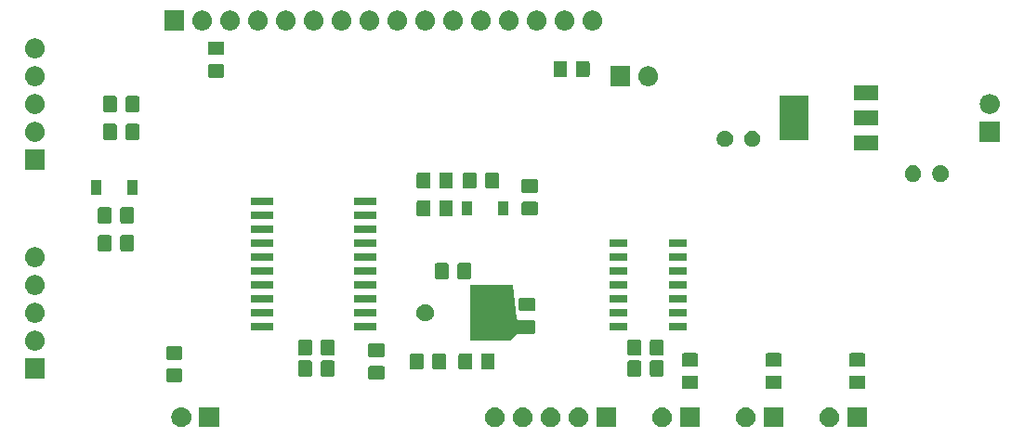
<source format=gbr>
G04 #@! TF.GenerationSoftware,KiCad,Pcbnew,(5.0.1)-4*
G04 #@! TF.CreationDate,2020-04-19T23:52:33+02:00*
G04 #@! TF.ProjectId,Freqmeter_16F18446,467265716D657465725F313646313834,R2*
G04 #@! TF.SameCoordinates,Original*
G04 #@! TF.FileFunction,Soldermask,Top*
G04 #@! TF.FilePolarity,Negative*
%FSLAX46Y46*%
G04 Gerber Fmt 4.6, Leading zero omitted, Abs format (unit mm)*
G04 Created by KiCad (PCBNEW (5.0.1)-4) date 19/04/2020 23:52:33*
%MOMM*%
%LPD*%
G01*
G04 APERTURE LIST*
%ADD10C,0.100000*%
G04 APERTURE END LIST*
D10*
G36*
X151240443Y-68320519D02*
X151306627Y-68327037D01*
X151419853Y-68361384D01*
X151476467Y-68378557D01*
X151615087Y-68452652D01*
X151632991Y-68462222D01*
X151668729Y-68491552D01*
X151770186Y-68574814D01*
X151853448Y-68676271D01*
X151882778Y-68712009D01*
X151882779Y-68712011D01*
X151966443Y-68868533D01*
X151966443Y-68868534D01*
X152017963Y-69038373D01*
X152035359Y-69215000D01*
X152017963Y-69391627D01*
X151983616Y-69504853D01*
X151966443Y-69561467D01*
X151892348Y-69700087D01*
X151882778Y-69717991D01*
X151853448Y-69753729D01*
X151770186Y-69855186D01*
X151668729Y-69938448D01*
X151632991Y-69967778D01*
X151632989Y-69967779D01*
X151476467Y-70051443D01*
X151419853Y-70068616D01*
X151306627Y-70102963D01*
X151240442Y-70109482D01*
X151174260Y-70116000D01*
X151085740Y-70116000D01*
X151019558Y-70109482D01*
X150953373Y-70102963D01*
X150840147Y-70068616D01*
X150783533Y-70051443D01*
X150627011Y-69967779D01*
X150627009Y-69967778D01*
X150591271Y-69938448D01*
X150489814Y-69855186D01*
X150406552Y-69753729D01*
X150377222Y-69717991D01*
X150367652Y-69700087D01*
X150293557Y-69561467D01*
X150276384Y-69504853D01*
X150242037Y-69391627D01*
X150224641Y-69215000D01*
X150242037Y-69038373D01*
X150293557Y-68868534D01*
X150293557Y-68868533D01*
X150377221Y-68712011D01*
X150377222Y-68712009D01*
X150406552Y-68676271D01*
X150489814Y-68574814D01*
X150591271Y-68491552D01*
X150627009Y-68462222D01*
X150644913Y-68452652D01*
X150783533Y-68378557D01*
X150840147Y-68361384D01*
X150953373Y-68327037D01*
X151019557Y-68320519D01*
X151085740Y-68314000D01*
X151174260Y-68314000D01*
X151240443Y-68320519D01*
X151240443Y-68320519D01*
G37*
G36*
X174100443Y-68320519D02*
X174166627Y-68327037D01*
X174279853Y-68361384D01*
X174336467Y-68378557D01*
X174475087Y-68452652D01*
X174492991Y-68462222D01*
X174528729Y-68491552D01*
X174630186Y-68574814D01*
X174713448Y-68676271D01*
X174742778Y-68712009D01*
X174742779Y-68712011D01*
X174826443Y-68868533D01*
X174826443Y-68868534D01*
X174877963Y-69038373D01*
X174895359Y-69215000D01*
X174877963Y-69391627D01*
X174843616Y-69504853D01*
X174826443Y-69561467D01*
X174752348Y-69700087D01*
X174742778Y-69717991D01*
X174713448Y-69753729D01*
X174630186Y-69855186D01*
X174528729Y-69938448D01*
X174492991Y-69967778D01*
X174492989Y-69967779D01*
X174336467Y-70051443D01*
X174279853Y-70068616D01*
X174166627Y-70102963D01*
X174100442Y-70109482D01*
X174034260Y-70116000D01*
X173945740Y-70116000D01*
X173879558Y-70109482D01*
X173813373Y-70102963D01*
X173700147Y-70068616D01*
X173643533Y-70051443D01*
X173487011Y-69967779D01*
X173487009Y-69967778D01*
X173451271Y-69938448D01*
X173349814Y-69855186D01*
X173266552Y-69753729D01*
X173237222Y-69717991D01*
X173227652Y-69700087D01*
X173153557Y-69561467D01*
X173136384Y-69504853D01*
X173102037Y-69391627D01*
X173084641Y-69215000D01*
X173102037Y-69038373D01*
X173153557Y-68868534D01*
X173153557Y-68868533D01*
X173237221Y-68712011D01*
X173237222Y-68712009D01*
X173266552Y-68676271D01*
X173349814Y-68574814D01*
X173451271Y-68491552D01*
X173487009Y-68462222D01*
X173504913Y-68452652D01*
X173643533Y-68378557D01*
X173700147Y-68361384D01*
X173813373Y-68327037D01*
X173879557Y-68320519D01*
X173945740Y-68314000D01*
X174034260Y-68314000D01*
X174100443Y-68320519D01*
X174100443Y-68320519D01*
G37*
G36*
X143620443Y-68320519D02*
X143686627Y-68327037D01*
X143799853Y-68361384D01*
X143856467Y-68378557D01*
X143995087Y-68452652D01*
X144012991Y-68462222D01*
X144048729Y-68491552D01*
X144150186Y-68574814D01*
X144233448Y-68676271D01*
X144262778Y-68712009D01*
X144262779Y-68712011D01*
X144346443Y-68868533D01*
X144346443Y-68868534D01*
X144397963Y-69038373D01*
X144415359Y-69215000D01*
X144397963Y-69391627D01*
X144363616Y-69504853D01*
X144346443Y-69561467D01*
X144272348Y-69700087D01*
X144262778Y-69717991D01*
X144233448Y-69753729D01*
X144150186Y-69855186D01*
X144048729Y-69938448D01*
X144012991Y-69967778D01*
X144012989Y-69967779D01*
X143856467Y-70051443D01*
X143799853Y-70068616D01*
X143686627Y-70102963D01*
X143620442Y-70109482D01*
X143554260Y-70116000D01*
X143465740Y-70116000D01*
X143399558Y-70109482D01*
X143333373Y-70102963D01*
X143220147Y-70068616D01*
X143163533Y-70051443D01*
X143007011Y-69967779D01*
X143007009Y-69967778D01*
X142971271Y-69938448D01*
X142869814Y-69855186D01*
X142786552Y-69753729D01*
X142757222Y-69717991D01*
X142747652Y-69700087D01*
X142673557Y-69561467D01*
X142656384Y-69504853D01*
X142622037Y-69391627D01*
X142604641Y-69215000D01*
X142622037Y-69038373D01*
X142673557Y-68868534D01*
X142673557Y-68868533D01*
X142757221Y-68712011D01*
X142757222Y-68712009D01*
X142786552Y-68676271D01*
X142869814Y-68574814D01*
X142971271Y-68491552D01*
X143007009Y-68462222D01*
X143024913Y-68452652D01*
X143163533Y-68378557D01*
X143220147Y-68361384D01*
X143333373Y-68327037D01*
X143399557Y-68320519D01*
X143465740Y-68314000D01*
X143554260Y-68314000D01*
X143620443Y-68320519D01*
X143620443Y-68320519D01*
G37*
G36*
X146160443Y-68320519D02*
X146226627Y-68327037D01*
X146339853Y-68361384D01*
X146396467Y-68378557D01*
X146535087Y-68452652D01*
X146552991Y-68462222D01*
X146588729Y-68491552D01*
X146690186Y-68574814D01*
X146773448Y-68676271D01*
X146802778Y-68712009D01*
X146802779Y-68712011D01*
X146886443Y-68868533D01*
X146886443Y-68868534D01*
X146937963Y-69038373D01*
X146955359Y-69215000D01*
X146937963Y-69391627D01*
X146903616Y-69504853D01*
X146886443Y-69561467D01*
X146812348Y-69700087D01*
X146802778Y-69717991D01*
X146773448Y-69753729D01*
X146690186Y-69855186D01*
X146588729Y-69938448D01*
X146552991Y-69967778D01*
X146552989Y-69967779D01*
X146396467Y-70051443D01*
X146339853Y-70068616D01*
X146226627Y-70102963D01*
X146160442Y-70109482D01*
X146094260Y-70116000D01*
X146005740Y-70116000D01*
X145939558Y-70109482D01*
X145873373Y-70102963D01*
X145760147Y-70068616D01*
X145703533Y-70051443D01*
X145547011Y-69967779D01*
X145547009Y-69967778D01*
X145511271Y-69938448D01*
X145409814Y-69855186D01*
X145326552Y-69753729D01*
X145297222Y-69717991D01*
X145287652Y-69700087D01*
X145213557Y-69561467D01*
X145196384Y-69504853D01*
X145162037Y-69391627D01*
X145144641Y-69215000D01*
X145162037Y-69038373D01*
X145213557Y-68868534D01*
X145213557Y-68868533D01*
X145297221Y-68712011D01*
X145297222Y-68712009D01*
X145326552Y-68676271D01*
X145409814Y-68574814D01*
X145511271Y-68491552D01*
X145547009Y-68462222D01*
X145564913Y-68452652D01*
X145703533Y-68378557D01*
X145760147Y-68361384D01*
X145873373Y-68327037D01*
X145939557Y-68320519D01*
X146005740Y-68314000D01*
X146094260Y-68314000D01*
X146160443Y-68320519D01*
X146160443Y-68320519D01*
G37*
G36*
X148700443Y-68320519D02*
X148766627Y-68327037D01*
X148879853Y-68361384D01*
X148936467Y-68378557D01*
X149075087Y-68452652D01*
X149092991Y-68462222D01*
X149128729Y-68491552D01*
X149230186Y-68574814D01*
X149313448Y-68676271D01*
X149342778Y-68712009D01*
X149342779Y-68712011D01*
X149426443Y-68868533D01*
X149426443Y-68868534D01*
X149477963Y-69038373D01*
X149495359Y-69215000D01*
X149477963Y-69391627D01*
X149443616Y-69504853D01*
X149426443Y-69561467D01*
X149352348Y-69700087D01*
X149342778Y-69717991D01*
X149313448Y-69753729D01*
X149230186Y-69855186D01*
X149128729Y-69938448D01*
X149092991Y-69967778D01*
X149092989Y-69967779D01*
X148936467Y-70051443D01*
X148879853Y-70068616D01*
X148766627Y-70102963D01*
X148700442Y-70109482D01*
X148634260Y-70116000D01*
X148545740Y-70116000D01*
X148479558Y-70109482D01*
X148413373Y-70102963D01*
X148300147Y-70068616D01*
X148243533Y-70051443D01*
X148087011Y-69967779D01*
X148087009Y-69967778D01*
X148051271Y-69938448D01*
X147949814Y-69855186D01*
X147866552Y-69753729D01*
X147837222Y-69717991D01*
X147827652Y-69700087D01*
X147753557Y-69561467D01*
X147736384Y-69504853D01*
X147702037Y-69391627D01*
X147684641Y-69215000D01*
X147702037Y-69038373D01*
X147753557Y-68868534D01*
X147753557Y-68868533D01*
X147837221Y-68712011D01*
X147837222Y-68712009D01*
X147866552Y-68676271D01*
X147949814Y-68574814D01*
X148051271Y-68491552D01*
X148087009Y-68462222D01*
X148104913Y-68452652D01*
X148243533Y-68378557D01*
X148300147Y-68361384D01*
X148413373Y-68327037D01*
X148479557Y-68320519D01*
X148545740Y-68314000D01*
X148634260Y-68314000D01*
X148700443Y-68320519D01*
X148700443Y-68320519D01*
G37*
G36*
X154571000Y-70116000D02*
X152769000Y-70116000D01*
X152769000Y-68314000D01*
X154571000Y-68314000D01*
X154571000Y-70116000D01*
X154571000Y-70116000D01*
G37*
G36*
X115045443Y-68320519D02*
X115111627Y-68327037D01*
X115224853Y-68361384D01*
X115281467Y-68378557D01*
X115420087Y-68452652D01*
X115437991Y-68462222D01*
X115473729Y-68491552D01*
X115575186Y-68574814D01*
X115658448Y-68676271D01*
X115687778Y-68712009D01*
X115687779Y-68712011D01*
X115771443Y-68868533D01*
X115771443Y-68868534D01*
X115822963Y-69038373D01*
X115840359Y-69215000D01*
X115822963Y-69391627D01*
X115788616Y-69504853D01*
X115771443Y-69561467D01*
X115697348Y-69700087D01*
X115687778Y-69717991D01*
X115658448Y-69753729D01*
X115575186Y-69855186D01*
X115473729Y-69938448D01*
X115437991Y-69967778D01*
X115437989Y-69967779D01*
X115281467Y-70051443D01*
X115224853Y-70068616D01*
X115111627Y-70102963D01*
X115045442Y-70109482D01*
X114979260Y-70116000D01*
X114890740Y-70116000D01*
X114824558Y-70109482D01*
X114758373Y-70102963D01*
X114645147Y-70068616D01*
X114588533Y-70051443D01*
X114432011Y-69967779D01*
X114432009Y-69967778D01*
X114396271Y-69938448D01*
X114294814Y-69855186D01*
X114211552Y-69753729D01*
X114182222Y-69717991D01*
X114172652Y-69700087D01*
X114098557Y-69561467D01*
X114081384Y-69504853D01*
X114047037Y-69391627D01*
X114029641Y-69215000D01*
X114047037Y-69038373D01*
X114098557Y-68868534D01*
X114098557Y-68868533D01*
X114182221Y-68712011D01*
X114182222Y-68712009D01*
X114211552Y-68676271D01*
X114294814Y-68574814D01*
X114396271Y-68491552D01*
X114432009Y-68462222D01*
X114449913Y-68452652D01*
X114588533Y-68378557D01*
X114645147Y-68361384D01*
X114758373Y-68327037D01*
X114824557Y-68320519D01*
X114890740Y-68314000D01*
X114979260Y-68314000D01*
X115045443Y-68320519D01*
X115045443Y-68320519D01*
G37*
G36*
X118376000Y-70116000D02*
X116574000Y-70116000D01*
X116574000Y-68314000D01*
X118376000Y-68314000D01*
X118376000Y-70116000D01*
X118376000Y-70116000D01*
G37*
G36*
X177431000Y-70116000D02*
X175629000Y-70116000D01*
X175629000Y-68314000D01*
X177431000Y-68314000D01*
X177431000Y-70116000D01*
X177431000Y-70116000D01*
G37*
G36*
X166480443Y-68320519D02*
X166546627Y-68327037D01*
X166659853Y-68361384D01*
X166716467Y-68378557D01*
X166855087Y-68452652D01*
X166872991Y-68462222D01*
X166908729Y-68491552D01*
X167010186Y-68574814D01*
X167093448Y-68676271D01*
X167122778Y-68712009D01*
X167122779Y-68712011D01*
X167206443Y-68868533D01*
X167206443Y-68868534D01*
X167257963Y-69038373D01*
X167275359Y-69215000D01*
X167257963Y-69391627D01*
X167223616Y-69504853D01*
X167206443Y-69561467D01*
X167132348Y-69700087D01*
X167122778Y-69717991D01*
X167093448Y-69753729D01*
X167010186Y-69855186D01*
X166908729Y-69938448D01*
X166872991Y-69967778D01*
X166872989Y-69967779D01*
X166716467Y-70051443D01*
X166659853Y-70068616D01*
X166546627Y-70102963D01*
X166480442Y-70109482D01*
X166414260Y-70116000D01*
X166325740Y-70116000D01*
X166259558Y-70109482D01*
X166193373Y-70102963D01*
X166080147Y-70068616D01*
X166023533Y-70051443D01*
X165867011Y-69967779D01*
X165867009Y-69967778D01*
X165831271Y-69938448D01*
X165729814Y-69855186D01*
X165646552Y-69753729D01*
X165617222Y-69717991D01*
X165607652Y-69700087D01*
X165533557Y-69561467D01*
X165516384Y-69504853D01*
X165482037Y-69391627D01*
X165464641Y-69215000D01*
X165482037Y-69038373D01*
X165533557Y-68868534D01*
X165533557Y-68868533D01*
X165617221Y-68712011D01*
X165617222Y-68712009D01*
X165646552Y-68676271D01*
X165729814Y-68574814D01*
X165831271Y-68491552D01*
X165867009Y-68462222D01*
X165884913Y-68452652D01*
X166023533Y-68378557D01*
X166080147Y-68361384D01*
X166193373Y-68327037D01*
X166259557Y-68320519D01*
X166325740Y-68314000D01*
X166414260Y-68314000D01*
X166480443Y-68320519D01*
X166480443Y-68320519D01*
G37*
G36*
X169811000Y-70116000D02*
X168009000Y-70116000D01*
X168009000Y-68314000D01*
X169811000Y-68314000D01*
X169811000Y-70116000D01*
X169811000Y-70116000D01*
G37*
G36*
X162191000Y-70116000D02*
X160389000Y-70116000D01*
X160389000Y-68314000D01*
X162191000Y-68314000D01*
X162191000Y-70116000D01*
X162191000Y-70116000D01*
G37*
G36*
X158860443Y-68320519D02*
X158926627Y-68327037D01*
X159039853Y-68361384D01*
X159096467Y-68378557D01*
X159235087Y-68452652D01*
X159252991Y-68462222D01*
X159288729Y-68491552D01*
X159390186Y-68574814D01*
X159473448Y-68676271D01*
X159502778Y-68712009D01*
X159502779Y-68712011D01*
X159586443Y-68868533D01*
X159586443Y-68868534D01*
X159637963Y-69038373D01*
X159655359Y-69215000D01*
X159637963Y-69391627D01*
X159603616Y-69504853D01*
X159586443Y-69561467D01*
X159512348Y-69700087D01*
X159502778Y-69717991D01*
X159473448Y-69753729D01*
X159390186Y-69855186D01*
X159288729Y-69938448D01*
X159252991Y-69967778D01*
X159252989Y-69967779D01*
X159096467Y-70051443D01*
X159039853Y-70068616D01*
X158926627Y-70102963D01*
X158860442Y-70109482D01*
X158794260Y-70116000D01*
X158705740Y-70116000D01*
X158639558Y-70109482D01*
X158573373Y-70102963D01*
X158460147Y-70068616D01*
X158403533Y-70051443D01*
X158247011Y-69967779D01*
X158247009Y-69967778D01*
X158211271Y-69938448D01*
X158109814Y-69855186D01*
X158026552Y-69753729D01*
X157997222Y-69717991D01*
X157987652Y-69700087D01*
X157913557Y-69561467D01*
X157896384Y-69504853D01*
X157862037Y-69391627D01*
X157844641Y-69215000D01*
X157862037Y-69038373D01*
X157913557Y-68868534D01*
X157913557Y-68868533D01*
X157997221Y-68712011D01*
X157997222Y-68712009D01*
X158026552Y-68676271D01*
X158109814Y-68574814D01*
X158211271Y-68491552D01*
X158247009Y-68462222D01*
X158264913Y-68452652D01*
X158403533Y-68378557D01*
X158460147Y-68361384D01*
X158573373Y-68327037D01*
X158639557Y-68320519D01*
X158705740Y-68314000D01*
X158794260Y-68314000D01*
X158860443Y-68320519D01*
X158860443Y-68320519D01*
G37*
G36*
X161878677Y-65418465D02*
X161916364Y-65429898D01*
X161951103Y-65448466D01*
X161981548Y-65473452D01*
X162006534Y-65503897D01*
X162025102Y-65538636D01*
X162036535Y-65576323D01*
X162041000Y-65621661D01*
X162041000Y-66458339D01*
X162036535Y-66503677D01*
X162025102Y-66541364D01*
X162006534Y-66576103D01*
X161981548Y-66606548D01*
X161951103Y-66631534D01*
X161916364Y-66650102D01*
X161878677Y-66661535D01*
X161833339Y-66666000D01*
X160746661Y-66666000D01*
X160701323Y-66661535D01*
X160663636Y-66650102D01*
X160628897Y-66631534D01*
X160598452Y-66606548D01*
X160573466Y-66576103D01*
X160554898Y-66541364D01*
X160543465Y-66503677D01*
X160539000Y-66458339D01*
X160539000Y-65621661D01*
X160543465Y-65576323D01*
X160554898Y-65538636D01*
X160573466Y-65503897D01*
X160598452Y-65473452D01*
X160628897Y-65448466D01*
X160663636Y-65429898D01*
X160701323Y-65418465D01*
X160746661Y-65414000D01*
X161833339Y-65414000D01*
X161878677Y-65418465D01*
X161878677Y-65418465D01*
G37*
G36*
X177118677Y-65418465D02*
X177156364Y-65429898D01*
X177191103Y-65448466D01*
X177221548Y-65473452D01*
X177246534Y-65503897D01*
X177265102Y-65538636D01*
X177276535Y-65576323D01*
X177281000Y-65621661D01*
X177281000Y-66458339D01*
X177276535Y-66503677D01*
X177265102Y-66541364D01*
X177246534Y-66576103D01*
X177221548Y-66606548D01*
X177191103Y-66631534D01*
X177156364Y-66650102D01*
X177118677Y-66661535D01*
X177073339Y-66666000D01*
X175986661Y-66666000D01*
X175941323Y-66661535D01*
X175903636Y-66650102D01*
X175868897Y-66631534D01*
X175838452Y-66606548D01*
X175813466Y-66576103D01*
X175794898Y-66541364D01*
X175783465Y-66503677D01*
X175779000Y-66458339D01*
X175779000Y-65621661D01*
X175783465Y-65576323D01*
X175794898Y-65538636D01*
X175813466Y-65503897D01*
X175838452Y-65473452D01*
X175868897Y-65448466D01*
X175903636Y-65429898D01*
X175941323Y-65418465D01*
X175986661Y-65414000D01*
X177073339Y-65414000D01*
X177118677Y-65418465D01*
X177118677Y-65418465D01*
G37*
G36*
X169498677Y-65418465D02*
X169536364Y-65429898D01*
X169571103Y-65448466D01*
X169601548Y-65473452D01*
X169626534Y-65503897D01*
X169645102Y-65538636D01*
X169656535Y-65576323D01*
X169661000Y-65621661D01*
X169661000Y-66458339D01*
X169656535Y-66503677D01*
X169645102Y-66541364D01*
X169626534Y-66576103D01*
X169601548Y-66606548D01*
X169571103Y-66631534D01*
X169536364Y-66650102D01*
X169498677Y-66661535D01*
X169453339Y-66666000D01*
X168366661Y-66666000D01*
X168321323Y-66661535D01*
X168283636Y-66650102D01*
X168248897Y-66631534D01*
X168218452Y-66606548D01*
X168193466Y-66576103D01*
X168174898Y-66541364D01*
X168163465Y-66503677D01*
X168159000Y-66458339D01*
X168159000Y-65621661D01*
X168163465Y-65576323D01*
X168174898Y-65538636D01*
X168193466Y-65503897D01*
X168218452Y-65473452D01*
X168248897Y-65448466D01*
X168283636Y-65429898D01*
X168321323Y-65418465D01*
X168366661Y-65414000D01*
X169453339Y-65414000D01*
X169498677Y-65418465D01*
X169498677Y-65418465D01*
G37*
G36*
X114888677Y-64783465D02*
X114926364Y-64794898D01*
X114961103Y-64813466D01*
X114991548Y-64838452D01*
X115016534Y-64868897D01*
X115035102Y-64903636D01*
X115046535Y-64941323D01*
X115051000Y-64986661D01*
X115051000Y-65823339D01*
X115046535Y-65868677D01*
X115035102Y-65906364D01*
X115016534Y-65941103D01*
X114991548Y-65971548D01*
X114961103Y-65996534D01*
X114926364Y-66015102D01*
X114888677Y-66026535D01*
X114843339Y-66031000D01*
X113756661Y-66031000D01*
X113711323Y-66026535D01*
X113673636Y-66015102D01*
X113638897Y-65996534D01*
X113608452Y-65971548D01*
X113583466Y-65941103D01*
X113564898Y-65906364D01*
X113553465Y-65868677D01*
X113549000Y-65823339D01*
X113549000Y-64986661D01*
X113553465Y-64941323D01*
X113564898Y-64903636D01*
X113583466Y-64868897D01*
X113608452Y-64838452D01*
X113638897Y-64813466D01*
X113673636Y-64794898D01*
X113711323Y-64783465D01*
X113756661Y-64779000D01*
X114843339Y-64779000D01*
X114888677Y-64783465D01*
X114888677Y-64783465D01*
G37*
G36*
X133303677Y-64538465D02*
X133341364Y-64549898D01*
X133376103Y-64568466D01*
X133406548Y-64593452D01*
X133431534Y-64623897D01*
X133450102Y-64658636D01*
X133461535Y-64696323D01*
X133466000Y-64741661D01*
X133466000Y-65578339D01*
X133461535Y-65623677D01*
X133450102Y-65661364D01*
X133431534Y-65696103D01*
X133406548Y-65726548D01*
X133376103Y-65751534D01*
X133341364Y-65770102D01*
X133303677Y-65781535D01*
X133258339Y-65786000D01*
X132171661Y-65786000D01*
X132126323Y-65781535D01*
X132088636Y-65770102D01*
X132053897Y-65751534D01*
X132023452Y-65726548D01*
X131998466Y-65696103D01*
X131979898Y-65661364D01*
X131968465Y-65623677D01*
X131964000Y-65578339D01*
X131964000Y-64741661D01*
X131968465Y-64696323D01*
X131979898Y-64658636D01*
X131998466Y-64623897D01*
X132023452Y-64593452D01*
X132053897Y-64568466D01*
X132088636Y-64549898D01*
X132126323Y-64538465D01*
X132171661Y-64534000D01*
X133258339Y-64534000D01*
X133303677Y-64538465D01*
X133303677Y-64538465D01*
G37*
G36*
X102501000Y-65671000D02*
X100699000Y-65671000D01*
X100699000Y-63869000D01*
X102501000Y-63869000D01*
X102501000Y-65671000D01*
X102501000Y-65671000D01*
G37*
G36*
X158723677Y-64023465D02*
X158761364Y-64034898D01*
X158796103Y-64053466D01*
X158826548Y-64078452D01*
X158851534Y-64108897D01*
X158870102Y-64143636D01*
X158881535Y-64181323D01*
X158886000Y-64226661D01*
X158886000Y-65313339D01*
X158881535Y-65358677D01*
X158870102Y-65396364D01*
X158851534Y-65431103D01*
X158826548Y-65461548D01*
X158796103Y-65486534D01*
X158761364Y-65505102D01*
X158723677Y-65516535D01*
X158678339Y-65521000D01*
X157841661Y-65521000D01*
X157796323Y-65516535D01*
X157758636Y-65505102D01*
X157723897Y-65486534D01*
X157693452Y-65461548D01*
X157668466Y-65431103D01*
X157649898Y-65396364D01*
X157638465Y-65358677D01*
X157634000Y-65313339D01*
X157634000Y-64226661D01*
X157638465Y-64181323D01*
X157649898Y-64143636D01*
X157668466Y-64108897D01*
X157693452Y-64078452D01*
X157723897Y-64053466D01*
X157758636Y-64034898D01*
X157796323Y-64023465D01*
X157841661Y-64019000D01*
X158678339Y-64019000D01*
X158723677Y-64023465D01*
X158723677Y-64023465D01*
G37*
G36*
X128733677Y-64023465D02*
X128771364Y-64034898D01*
X128806103Y-64053466D01*
X128836548Y-64078452D01*
X128861534Y-64108897D01*
X128880102Y-64143636D01*
X128891535Y-64181323D01*
X128896000Y-64226661D01*
X128896000Y-65313339D01*
X128891535Y-65358677D01*
X128880102Y-65396364D01*
X128861534Y-65431103D01*
X128836548Y-65461548D01*
X128806103Y-65486534D01*
X128771364Y-65505102D01*
X128733677Y-65516535D01*
X128688339Y-65521000D01*
X127851661Y-65521000D01*
X127806323Y-65516535D01*
X127768636Y-65505102D01*
X127733897Y-65486534D01*
X127703452Y-65461548D01*
X127678466Y-65431103D01*
X127659898Y-65396364D01*
X127648465Y-65358677D01*
X127644000Y-65313339D01*
X127644000Y-64226661D01*
X127648465Y-64181323D01*
X127659898Y-64143636D01*
X127678466Y-64108897D01*
X127703452Y-64078452D01*
X127733897Y-64053466D01*
X127768636Y-64034898D01*
X127806323Y-64023465D01*
X127851661Y-64019000D01*
X128688339Y-64019000D01*
X128733677Y-64023465D01*
X128733677Y-64023465D01*
G37*
G36*
X126683677Y-64023465D02*
X126721364Y-64034898D01*
X126756103Y-64053466D01*
X126786548Y-64078452D01*
X126811534Y-64108897D01*
X126830102Y-64143636D01*
X126841535Y-64181323D01*
X126846000Y-64226661D01*
X126846000Y-65313339D01*
X126841535Y-65358677D01*
X126830102Y-65396364D01*
X126811534Y-65431103D01*
X126786548Y-65461548D01*
X126756103Y-65486534D01*
X126721364Y-65505102D01*
X126683677Y-65516535D01*
X126638339Y-65521000D01*
X125801661Y-65521000D01*
X125756323Y-65516535D01*
X125718636Y-65505102D01*
X125683897Y-65486534D01*
X125653452Y-65461548D01*
X125628466Y-65431103D01*
X125609898Y-65396364D01*
X125598465Y-65358677D01*
X125594000Y-65313339D01*
X125594000Y-64226661D01*
X125598465Y-64181323D01*
X125609898Y-64143636D01*
X125628466Y-64108897D01*
X125653452Y-64078452D01*
X125683897Y-64053466D01*
X125718636Y-64034898D01*
X125756323Y-64023465D01*
X125801661Y-64019000D01*
X126638339Y-64019000D01*
X126683677Y-64023465D01*
X126683677Y-64023465D01*
G37*
G36*
X156673677Y-64023465D02*
X156711364Y-64034898D01*
X156746103Y-64053466D01*
X156776548Y-64078452D01*
X156801534Y-64108897D01*
X156820102Y-64143636D01*
X156831535Y-64181323D01*
X156836000Y-64226661D01*
X156836000Y-65313339D01*
X156831535Y-65358677D01*
X156820102Y-65396364D01*
X156801534Y-65431103D01*
X156776548Y-65461548D01*
X156746103Y-65486534D01*
X156711364Y-65505102D01*
X156673677Y-65516535D01*
X156628339Y-65521000D01*
X155791661Y-65521000D01*
X155746323Y-65516535D01*
X155708636Y-65505102D01*
X155673897Y-65486534D01*
X155643452Y-65461548D01*
X155618466Y-65431103D01*
X155599898Y-65396364D01*
X155588465Y-65358677D01*
X155584000Y-65313339D01*
X155584000Y-64226661D01*
X155588465Y-64181323D01*
X155599898Y-64143636D01*
X155618466Y-64108897D01*
X155643452Y-64078452D01*
X155673897Y-64053466D01*
X155708636Y-64034898D01*
X155746323Y-64023465D01*
X155791661Y-64019000D01*
X156628339Y-64019000D01*
X156673677Y-64023465D01*
X156673677Y-64023465D01*
G37*
G36*
X138893677Y-63388465D02*
X138931364Y-63399898D01*
X138966103Y-63418466D01*
X138996548Y-63443452D01*
X139021534Y-63473897D01*
X139040102Y-63508636D01*
X139051535Y-63546323D01*
X139056000Y-63591661D01*
X139056000Y-64678339D01*
X139051535Y-64723677D01*
X139040102Y-64761364D01*
X139021534Y-64796103D01*
X138996548Y-64826548D01*
X138966103Y-64851534D01*
X138931364Y-64870102D01*
X138893677Y-64881535D01*
X138848339Y-64886000D01*
X138011661Y-64886000D01*
X137966323Y-64881535D01*
X137928636Y-64870102D01*
X137893897Y-64851534D01*
X137863452Y-64826548D01*
X137838466Y-64796103D01*
X137819898Y-64761364D01*
X137808465Y-64723677D01*
X137804000Y-64678339D01*
X137804000Y-63591661D01*
X137808465Y-63546323D01*
X137819898Y-63508636D01*
X137838466Y-63473897D01*
X137863452Y-63443452D01*
X137893897Y-63418466D01*
X137928636Y-63399898D01*
X137966323Y-63388465D01*
X138011661Y-63384000D01*
X138848339Y-63384000D01*
X138893677Y-63388465D01*
X138893677Y-63388465D01*
G37*
G36*
X136843677Y-63388465D02*
X136881364Y-63399898D01*
X136916103Y-63418466D01*
X136946548Y-63443452D01*
X136971534Y-63473897D01*
X136990102Y-63508636D01*
X137001535Y-63546323D01*
X137006000Y-63591661D01*
X137006000Y-64678339D01*
X137001535Y-64723677D01*
X136990102Y-64761364D01*
X136971534Y-64796103D01*
X136946548Y-64826548D01*
X136916103Y-64851534D01*
X136881364Y-64870102D01*
X136843677Y-64881535D01*
X136798339Y-64886000D01*
X135961661Y-64886000D01*
X135916323Y-64881535D01*
X135878636Y-64870102D01*
X135843897Y-64851534D01*
X135813452Y-64826548D01*
X135788466Y-64796103D01*
X135769898Y-64761364D01*
X135758465Y-64723677D01*
X135754000Y-64678339D01*
X135754000Y-63591661D01*
X135758465Y-63546323D01*
X135769898Y-63508636D01*
X135788466Y-63473897D01*
X135813452Y-63443452D01*
X135843897Y-63418466D01*
X135878636Y-63399898D01*
X135916323Y-63388465D01*
X135961661Y-63384000D01*
X136798339Y-63384000D01*
X136843677Y-63388465D01*
X136843677Y-63388465D01*
G37*
G36*
X141288677Y-63388465D02*
X141326364Y-63399898D01*
X141361103Y-63418466D01*
X141391548Y-63443452D01*
X141416534Y-63473897D01*
X141435102Y-63508636D01*
X141446535Y-63546323D01*
X141451000Y-63591661D01*
X141451000Y-64678339D01*
X141446535Y-64723677D01*
X141435102Y-64761364D01*
X141416534Y-64796103D01*
X141391548Y-64826548D01*
X141361103Y-64851534D01*
X141326364Y-64870102D01*
X141288677Y-64881535D01*
X141243339Y-64886000D01*
X140406661Y-64886000D01*
X140361323Y-64881535D01*
X140323636Y-64870102D01*
X140288897Y-64851534D01*
X140258452Y-64826548D01*
X140233466Y-64796103D01*
X140214898Y-64761364D01*
X140203465Y-64723677D01*
X140199000Y-64678339D01*
X140199000Y-63591661D01*
X140203465Y-63546323D01*
X140214898Y-63508636D01*
X140233466Y-63473897D01*
X140258452Y-63443452D01*
X140288897Y-63418466D01*
X140323636Y-63399898D01*
X140361323Y-63388465D01*
X140406661Y-63384000D01*
X141243339Y-63384000D01*
X141288677Y-63388465D01*
X141288677Y-63388465D01*
G37*
G36*
X143338677Y-63388465D02*
X143376364Y-63399898D01*
X143411103Y-63418466D01*
X143441548Y-63443452D01*
X143466534Y-63473897D01*
X143485102Y-63508636D01*
X143496535Y-63546323D01*
X143501000Y-63591661D01*
X143501000Y-64678339D01*
X143496535Y-64723677D01*
X143485102Y-64761364D01*
X143466534Y-64796103D01*
X143441548Y-64826548D01*
X143411103Y-64851534D01*
X143376364Y-64870102D01*
X143338677Y-64881535D01*
X143293339Y-64886000D01*
X142456661Y-64886000D01*
X142411323Y-64881535D01*
X142373636Y-64870102D01*
X142338897Y-64851534D01*
X142308452Y-64826548D01*
X142283466Y-64796103D01*
X142264898Y-64761364D01*
X142253465Y-64723677D01*
X142249000Y-64678339D01*
X142249000Y-63591661D01*
X142253465Y-63546323D01*
X142264898Y-63508636D01*
X142283466Y-63473897D01*
X142308452Y-63443452D01*
X142338897Y-63418466D01*
X142373636Y-63399898D01*
X142411323Y-63388465D01*
X142456661Y-63384000D01*
X143293339Y-63384000D01*
X143338677Y-63388465D01*
X143338677Y-63388465D01*
G37*
G36*
X169498677Y-63368465D02*
X169536364Y-63379898D01*
X169571103Y-63398466D01*
X169601548Y-63423452D01*
X169626534Y-63453897D01*
X169645102Y-63488636D01*
X169656535Y-63526323D01*
X169661000Y-63571661D01*
X169661000Y-64408339D01*
X169656535Y-64453677D01*
X169645102Y-64491364D01*
X169626534Y-64526103D01*
X169601548Y-64556548D01*
X169571103Y-64581534D01*
X169536364Y-64600102D01*
X169498677Y-64611535D01*
X169453339Y-64616000D01*
X168366661Y-64616000D01*
X168321323Y-64611535D01*
X168283636Y-64600102D01*
X168248897Y-64581534D01*
X168218452Y-64556548D01*
X168193466Y-64526103D01*
X168174898Y-64491364D01*
X168163465Y-64453677D01*
X168159000Y-64408339D01*
X168159000Y-63571661D01*
X168163465Y-63526323D01*
X168174898Y-63488636D01*
X168193466Y-63453897D01*
X168218452Y-63423452D01*
X168248897Y-63398466D01*
X168283636Y-63379898D01*
X168321323Y-63368465D01*
X168366661Y-63364000D01*
X169453339Y-63364000D01*
X169498677Y-63368465D01*
X169498677Y-63368465D01*
G37*
G36*
X161878677Y-63368465D02*
X161916364Y-63379898D01*
X161951103Y-63398466D01*
X161981548Y-63423452D01*
X162006534Y-63453897D01*
X162025102Y-63488636D01*
X162036535Y-63526323D01*
X162041000Y-63571661D01*
X162041000Y-64408339D01*
X162036535Y-64453677D01*
X162025102Y-64491364D01*
X162006534Y-64526103D01*
X161981548Y-64556548D01*
X161951103Y-64581534D01*
X161916364Y-64600102D01*
X161878677Y-64611535D01*
X161833339Y-64616000D01*
X160746661Y-64616000D01*
X160701323Y-64611535D01*
X160663636Y-64600102D01*
X160628897Y-64581534D01*
X160598452Y-64556548D01*
X160573466Y-64526103D01*
X160554898Y-64491364D01*
X160543465Y-64453677D01*
X160539000Y-64408339D01*
X160539000Y-63571661D01*
X160543465Y-63526323D01*
X160554898Y-63488636D01*
X160573466Y-63453897D01*
X160598452Y-63423452D01*
X160628897Y-63398466D01*
X160663636Y-63379898D01*
X160701323Y-63368465D01*
X160746661Y-63364000D01*
X161833339Y-63364000D01*
X161878677Y-63368465D01*
X161878677Y-63368465D01*
G37*
G36*
X177118677Y-63368465D02*
X177156364Y-63379898D01*
X177191103Y-63398466D01*
X177221548Y-63423452D01*
X177246534Y-63453897D01*
X177265102Y-63488636D01*
X177276535Y-63526323D01*
X177281000Y-63571661D01*
X177281000Y-64408339D01*
X177276535Y-64453677D01*
X177265102Y-64491364D01*
X177246534Y-64526103D01*
X177221548Y-64556548D01*
X177191103Y-64581534D01*
X177156364Y-64600102D01*
X177118677Y-64611535D01*
X177073339Y-64616000D01*
X175986661Y-64616000D01*
X175941323Y-64611535D01*
X175903636Y-64600102D01*
X175868897Y-64581534D01*
X175838452Y-64556548D01*
X175813466Y-64526103D01*
X175794898Y-64491364D01*
X175783465Y-64453677D01*
X175779000Y-64408339D01*
X175779000Y-63571661D01*
X175783465Y-63526323D01*
X175794898Y-63488636D01*
X175813466Y-63453897D01*
X175838452Y-63423452D01*
X175868897Y-63398466D01*
X175903636Y-63379898D01*
X175941323Y-63368465D01*
X175986661Y-63364000D01*
X177073339Y-63364000D01*
X177118677Y-63368465D01*
X177118677Y-63368465D01*
G37*
G36*
X114888677Y-62733465D02*
X114926364Y-62744898D01*
X114961103Y-62763466D01*
X114991548Y-62788452D01*
X115016534Y-62818897D01*
X115035102Y-62853636D01*
X115046535Y-62891323D01*
X115051000Y-62936661D01*
X115051000Y-63773339D01*
X115046535Y-63818677D01*
X115035102Y-63856364D01*
X115016534Y-63891103D01*
X114991548Y-63921548D01*
X114961103Y-63946534D01*
X114926364Y-63965102D01*
X114888677Y-63976535D01*
X114843339Y-63981000D01*
X113756661Y-63981000D01*
X113711323Y-63976535D01*
X113673636Y-63965102D01*
X113638897Y-63946534D01*
X113608452Y-63921548D01*
X113583466Y-63891103D01*
X113564898Y-63856364D01*
X113553465Y-63818677D01*
X113549000Y-63773339D01*
X113549000Y-62936661D01*
X113553465Y-62891323D01*
X113564898Y-62853636D01*
X113583466Y-62818897D01*
X113608452Y-62788452D01*
X113638897Y-62763466D01*
X113673636Y-62744898D01*
X113711323Y-62733465D01*
X113756661Y-62729000D01*
X114843339Y-62729000D01*
X114888677Y-62733465D01*
X114888677Y-62733465D01*
G37*
G36*
X133303677Y-62488465D02*
X133341364Y-62499898D01*
X133376103Y-62518466D01*
X133406548Y-62543452D01*
X133431534Y-62573897D01*
X133450102Y-62608636D01*
X133461535Y-62646323D01*
X133466000Y-62691661D01*
X133466000Y-63528339D01*
X133461535Y-63573677D01*
X133450102Y-63611364D01*
X133431534Y-63646103D01*
X133406548Y-63676548D01*
X133376103Y-63701534D01*
X133341364Y-63720102D01*
X133303677Y-63731535D01*
X133258339Y-63736000D01*
X132171661Y-63736000D01*
X132126323Y-63731535D01*
X132088636Y-63720102D01*
X132053897Y-63701534D01*
X132023452Y-63676548D01*
X131998466Y-63646103D01*
X131979898Y-63611364D01*
X131968465Y-63573677D01*
X131964000Y-63528339D01*
X131964000Y-62691661D01*
X131968465Y-62646323D01*
X131979898Y-62608636D01*
X131998466Y-62573897D01*
X132023452Y-62543452D01*
X132053897Y-62518466D01*
X132088636Y-62499898D01*
X132126323Y-62488465D01*
X132171661Y-62484000D01*
X133258339Y-62484000D01*
X133303677Y-62488465D01*
X133303677Y-62488465D01*
G37*
G36*
X156673677Y-62118465D02*
X156711364Y-62129898D01*
X156746103Y-62148466D01*
X156776548Y-62173452D01*
X156801534Y-62203897D01*
X156820102Y-62238636D01*
X156831535Y-62276323D01*
X156836000Y-62321661D01*
X156836000Y-63408339D01*
X156831535Y-63453677D01*
X156820102Y-63491364D01*
X156801534Y-63526103D01*
X156776548Y-63556548D01*
X156746103Y-63581534D01*
X156711364Y-63600102D01*
X156673677Y-63611535D01*
X156628339Y-63616000D01*
X155791661Y-63616000D01*
X155746323Y-63611535D01*
X155708636Y-63600102D01*
X155673897Y-63581534D01*
X155643452Y-63556548D01*
X155618466Y-63526103D01*
X155599898Y-63491364D01*
X155588465Y-63453677D01*
X155584000Y-63408339D01*
X155584000Y-62321661D01*
X155588465Y-62276323D01*
X155599898Y-62238636D01*
X155618466Y-62203897D01*
X155643452Y-62173452D01*
X155673897Y-62148466D01*
X155708636Y-62129898D01*
X155746323Y-62118465D01*
X155791661Y-62114000D01*
X156628339Y-62114000D01*
X156673677Y-62118465D01*
X156673677Y-62118465D01*
G37*
G36*
X128733677Y-62118465D02*
X128771364Y-62129898D01*
X128806103Y-62148466D01*
X128836548Y-62173452D01*
X128861534Y-62203897D01*
X128880102Y-62238636D01*
X128891535Y-62276323D01*
X128896000Y-62321661D01*
X128896000Y-63408339D01*
X128891535Y-63453677D01*
X128880102Y-63491364D01*
X128861534Y-63526103D01*
X128836548Y-63556548D01*
X128806103Y-63581534D01*
X128771364Y-63600102D01*
X128733677Y-63611535D01*
X128688339Y-63616000D01*
X127851661Y-63616000D01*
X127806323Y-63611535D01*
X127768636Y-63600102D01*
X127733897Y-63581534D01*
X127703452Y-63556548D01*
X127678466Y-63526103D01*
X127659898Y-63491364D01*
X127648465Y-63453677D01*
X127644000Y-63408339D01*
X127644000Y-62321661D01*
X127648465Y-62276323D01*
X127659898Y-62238636D01*
X127678466Y-62203897D01*
X127703452Y-62173452D01*
X127733897Y-62148466D01*
X127768636Y-62129898D01*
X127806323Y-62118465D01*
X127851661Y-62114000D01*
X128688339Y-62114000D01*
X128733677Y-62118465D01*
X128733677Y-62118465D01*
G37*
G36*
X126683677Y-62118465D02*
X126721364Y-62129898D01*
X126756103Y-62148466D01*
X126786548Y-62173452D01*
X126811534Y-62203897D01*
X126830102Y-62238636D01*
X126841535Y-62276323D01*
X126846000Y-62321661D01*
X126846000Y-63408339D01*
X126841535Y-63453677D01*
X126830102Y-63491364D01*
X126811534Y-63526103D01*
X126786548Y-63556548D01*
X126756103Y-63581534D01*
X126721364Y-63600102D01*
X126683677Y-63611535D01*
X126638339Y-63616000D01*
X125801661Y-63616000D01*
X125756323Y-63611535D01*
X125718636Y-63600102D01*
X125683897Y-63581534D01*
X125653452Y-63556548D01*
X125628466Y-63526103D01*
X125609898Y-63491364D01*
X125598465Y-63453677D01*
X125594000Y-63408339D01*
X125594000Y-62321661D01*
X125598465Y-62276323D01*
X125609898Y-62238636D01*
X125628466Y-62203897D01*
X125653452Y-62173452D01*
X125683897Y-62148466D01*
X125718636Y-62129898D01*
X125756323Y-62118465D01*
X125801661Y-62114000D01*
X126638339Y-62114000D01*
X126683677Y-62118465D01*
X126683677Y-62118465D01*
G37*
G36*
X158723677Y-62118465D02*
X158761364Y-62129898D01*
X158796103Y-62148466D01*
X158826548Y-62173452D01*
X158851534Y-62203897D01*
X158870102Y-62238636D01*
X158881535Y-62276323D01*
X158886000Y-62321661D01*
X158886000Y-63408339D01*
X158881535Y-63453677D01*
X158870102Y-63491364D01*
X158851534Y-63526103D01*
X158826548Y-63556548D01*
X158796103Y-63581534D01*
X158761364Y-63600102D01*
X158723677Y-63611535D01*
X158678339Y-63616000D01*
X157841661Y-63616000D01*
X157796323Y-63611535D01*
X157758636Y-63600102D01*
X157723897Y-63581534D01*
X157693452Y-63556548D01*
X157668466Y-63526103D01*
X157649898Y-63491364D01*
X157638465Y-63453677D01*
X157634000Y-63408339D01*
X157634000Y-62321661D01*
X157638465Y-62276323D01*
X157649898Y-62238636D01*
X157668466Y-62203897D01*
X157693452Y-62173452D01*
X157723897Y-62148466D01*
X157758636Y-62129898D01*
X157796323Y-62118465D01*
X157841661Y-62114000D01*
X158678339Y-62114000D01*
X158723677Y-62118465D01*
X158723677Y-62118465D01*
G37*
G36*
X101710443Y-61335519D02*
X101776627Y-61342037D01*
X101888341Y-61375925D01*
X101946467Y-61393557D01*
X102019654Y-61432677D01*
X102102991Y-61477222D01*
X102136964Y-61505103D01*
X102240186Y-61589814D01*
X102323448Y-61691271D01*
X102352778Y-61727009D01*
X102352779Y-61727011D01*
X102436443Y-61883533D01*
X102436443Y-61883534D01*
X102487963Y-62053373D01*
X102505359Y-62230000D01*
X102487963Y-62406627D01*
X102458207Y-62504718D01*
X102436443Y-62576467D01*
X102396060Y-62652017D01*
X102352778Y-62732991D01*
X102351761Y-62734230D01*
X102240186Y-62870186D01*
X102138729Y-62953448D01*
X102102991Y-62982778D01*
X102102989Y-62982779D01*
X101946467Y-63066443D01*
X101889853Y-63083616D01*
X101776627Y-63117963D01*
X101710442Y-63124482D01*
X101644260Y-63131000D01*
X101555740Y-63131000D01*
X101489558Y-63124482D01*
X101423373Y-63117963D01*
X101310147Y-63083616D01*
X101253533Y-63066443D01*
X101097011Y-62982779D01*
X101097009Y-62982778D01*
X101061271Y-62953448D01*
X100959814Y-62870186D01*
X100848239Y-62734230D01*
X100847222Y-62732991D01*
X100803940Y-62652017D01*
X100763557Y-62576467D01*
X100741793Y-62504718D01*
X100712037Y-62406627D01*
X100694641Y-62230000D01*
X100712037Y-62053373D01*
X100763557Y-61883534D01*
X100763557Y-61883533D01*
X100847221Y-61727011D01*
X100847222Y-61727009D01*
X100876552Y-61691271D01*
X100959814Y-61589814D01*
X101063036Y-61505103D01*
X101097009Y-61477222D01*
X101180346Y-61432677D01*
X101253533Y-61393557D01*
X101311659Y-61375925D01*
X101423373Y-61342037D01*
X101489557Y-61335519D01*
X101555740Y-61329000D01*
X101644260Y-61329000D01*
X101710443Y-61335519D01*
X101710443Y-61335519D01*
G37*
G36*
X145162019Y-57158490D02*
X145162019Y-57158491D01*
X145261373Y-57986443D01*
X145433885Y-59424038D01*
X145528787Y-60214893D01*
X145534078Y-60238820D01*
X145543934Y-60261254D01*
X145557978Y-60281335D01*
X145575669Y-60298290D01*
X145596329Y-60311468D01*
X145619162Y-60320362D01*
X145652897Y-60325000D01*
X147066000Y-60325000D01*
X147066000Y-60329915D01*
X147068842Y-60339284D01*
X147080394Y-60360895D01*
X147105026Y-60388071D01*
X147122547Y-60402451D01*
X147147534Y-60432897D01*
X147166102Y-60467636D01*
X147177535Y-60505323D01*
X147182000Y-60550661D01*
X147182000Y-61387339D01*
X147177535Y-61432677D01*
X147166102Y-61470364D01*
X147147534Y-61505103D01*
X147122548Y-61535548D01*
X147093235Y-61559605D01*
X147068601Y-61586784D01*
X147066000Y-61590677D01*
X147066000Y-61595000D01*
X145593776Y-61595000D01*
X145569390Y-61597402D01*
X145545941Y-61604515D01*
X145524330Y-61616066D01*
X145505388Y-61631612D01*
X144907000Y-62230000D01*
X141224000Y-62230000D01*
X141224000Y-57150000D01*
X145161000Y-57150000D01*
X145162019Y-57158490D01*
X145162019Y-57158490D01*
G37*
G36*
X160981000Y-61311000D02*
X159379000Y-61311000D01*
X159379000Y-60609000D01*
X160981000Y-60609000D01*
X160981000Y-61311000D01*
X160981000Y-61311000D01*
G37*
G36*
X155581000Y-61311000D02*
X153979000Y-61311000D01*
X153979000Y-60609000D01*
X155581000Y-60609000D01*
X155581000Y-61311000D01*
X155581000Y-61311000D01*
G37*
G36*
X132726000Y-61311000D02*
X130674000Y-61311000D01*
X130674000Y-60609000D01*
X132726000Y-60609000D01*
X132726000Y-61311000D01*
X132726000Y-61311000D01*
G37*
G36*
X123326000Y-61311000D02*
X121274000Y-61311000D01*
X121274000Y-60609000D01*
X123326000Y-60609000D01*
X123326000Y-61311000D01*
X123326000Y-61311000D01*
G37*
G36*
X101710443Y-58795519D02*
X101776627Y-58802037D01*
X101889853Y-58836384D01*
X101946467Y-58853557D01*
X102070363Y-58919782D01*
X102102991Y-58937222D01*
X102138729Y-58966552D01*
X102240186Y-59049814D01*
X102323448Y-59151271D01*
X102352778Y-59187009D01*
X102352779Y-59187011D01*
X102436443Y-59343533D01*
X102436443Y-59343534D01*
X102487963Y-59513373D01*
X102505359Y-59690000D01*
X102487963Y-59866627D01*
X102470667Y-59923643D01*
X102436443Y-60036467D01*
X102418831Y-60069416D01*
X102352778Y-60192991D01*
X102346524Y-60200611D01*
X102240186Y-60330186D01*
X102138729Y-60413448D01*
X102102991Y-60442778D01*
X102102989Y-60442779D01*
X101946467Y-60526443D01*
X101889853Y-60543616D01*
X101776627Y-60577963D01*
X101710443Y-60584481D01*
X101644260Y-60591000D01*
X101555740Y-60591000D01*
X101489557Y-60584481D01*
X101423373Y-60577963D01*
X101310147Y-60543616D01*
X101253533Y-60526443D01*
X101097011Y-60442779D01*
X101097009Y-60442778D01*
X101061271Y-60413448D01*
X100959814Y-60330186D01*
X100853476Y-60200611D01*
X100847222Y-60192991D01*
X100781169Y-60069416D01*
X100763557Y-60036467D01*
X100729333Y-59923643D01*
X100712037Y-59866627D01*
X100694641Y-59690000D01*
X100712037Y-59513373D01*
X100763557Y-59343534D01*
X100763557Y-59343533D01*
X100847221Y-59187011D01*
X100847222Y-59187009D01*
X100876552Y-59151271D01*
X100959814Y-59049814D01*
X101061271Y-58966552D01*
X101097009Y-58937222D01*
X101129637Y-58919782D01*
X101253533Y-58853557D01*
X101310147Y-58836384D01*
X101423373Y-58802037D01*
X101489557Y-58795519D01*
X101555740Y-58789000D01*
X101644260Y-58789000D01*
X101710443Y-58795519D01*
X101710443Y-58795519D01*
G37*
G36*
X137393643Y-58919781D02*
X137539415Y-58980162D01*
X137670611Y-59067824D01*
X137782176Y-59179389D01*
X137869838Y-59310585D01*
X137930219Y-59456357D01*
X137961000Y-59611107D01*
X137961000Y-59768893D01*
X137930219Y-59923643D01*
X137869838Y-60069415D01*
X137782176Y-60200611D01*
X137670611Y-60312176D01*
X137539415Y-60399838D01*
X137393643Y-60460219D01*
X137238893Y-60491000D01*
X137081107Y-60491000D01*
X136926357Y-60460219D01*
X136780585Y-60399838D01*
X136649389Y-60312176D01*
X136537824Y-60200611D01*
X136450162Y-60069415D01*
X136389781Y-59923643D01*
X136359000Y-59768893D01*
X136359000Y-59611107D01*
X136389781Y-59456357D01*
X136450162Y-59310585D01*
X136537824Y-59179389D01*
X136649389Y-59067824D01*
X136780585Y-58980162D01*
X136926357Y-58919781D01*
X137081107Y-58889000D01*
X137238893Y-58889000D01*
X137393643Y-58919781D01*
X137393643Y-58919781D01*
G37*
G36*
X160981000Y-60041000D02*
X159379000Y-60041000D01*
X159379000Y-59339000D01*
X160981000Y-59339000D01*
X160981000Y-60041000D01*
X160981000Y-60041000D01*
G37*
G36*
X155581000Y-60041000D02*
X153979000Y-60041000D01*
X153979000Y-59339000D01*
X155581000Y-59339000D01*
X155581000Y-60041000D01*
X155581000Y-60041000D01*
G37*
G36*
X132726000Y-60041000D02*
X130674000Y-60041000D01*
X130674000Y-59339000D01*
X132726000Y-59339000D01*
X132726000Y-60041000D01*
X132726000Y-60041000D01*
G37*
G36*
X123326000Y-60041000D02*
X121274000Y-60041000D01*
X121274000Y-59339000D01*
X123326000Y-59339000D01*
X123326000Y-60041000D01*
X123326000Y-60041000D01*
G37*
G36*
X147019677Y-58297465D02*
X147057364Y-58308898D01*
X147092103Y-58327466D01*
X147122548Y-58352452D01*
X147147534Y-58382897D01*
X147166102Y-58417636D01*
X147177535Y-58455323D01*
X147182000Y-58500661D01*
X147182000Y-59337339D01*
X147177535Y-59382677D01*
X147166102Y-59420364D01*
X147147534Y-59455103D01*
X147122548Y-59485548D01*
X147092103Y-59510534D01*
X147057364Y-59529102D01*
X147019677Y-59540535D01*
X146974339Y-59545000D01*
X145887661Y-59545000D01*
X145842323Y-59540535D01*
X145804636Y-59529102D01*
X145769897Y-59510534D01*
X145739452Y-59485548D01*
X145714466Y-59455103D01*
X145695898Y-59420364D01*
X145684465Y-59382677D01*
X145680000Y-59337339D01*
X145680000Y-58500661D01*
X145684465Y-58455323D01*
X145695898Y-58417636D01*
X145714466Y-58382897D01*
X145739452Y-58352452D01*
X145769897Y-58327466D01*
X145804636Y-58308898D01*
X145842323Y-58297465D01*
X145887661Y-58293000D01*
X146974339Y-58293000D01*
X147019677Y-58297465D01*
X147019677Y-58297465D01*
G37*
G36*
X123326000Y-58771000D02*
X121274000Y-58771000D01*
X121274000Y-58069000D01*
X123326000Y-58069000D01*
X123326000Y-58771000D01*
X123326000Y-58771000D01*
G37*
G36*
X132726000Y-58771000D02*
X130674000Y-58771000D01*
X130674000Y-58069000D01*
X132726000Y-58069000D01*
X132726000Y-58771000D01*
X132726000Y-58771000D01*
G37*
G36*
X155581000Y-58771000D02*
X153979000Y-58771000D01*
X153979000Y-58069000D01*
X155581000Y-58069000D01*
X155581000Y-58771000D01*
X155581000Y-58771000D01*
G37*
G36*
X160981000Y-58771000D02*
X159379000Y-58771000D01*
X159379000Y-58069000D01*
X160981000Y-58069000D01*
X160981000Y-58771000D01*
X160981000Y-58771000D01*
G37*
G36*
X101710443Y-56255519D02*
X101776627Y-56262037D01*
X101889853Y-56296384D01*
X101946467Y-56313557D01*
X102031160Y-56358827D01*
X102102991Y-56397222D01*
X102134814Y-56423339D01*
X102240186Y-56509814D01*
X102301996Y-56585131D01*
X102352778Y-56647009D01*
X102352779Y-56647011D01*
X102436443Y-56803533D01*
X102436443Y-56803534D01*
X102487963Y-56973373D01*
X102505359Y-57150000D01*
X102487963Y-57326627D01*
X102453616Y-57439853D01*
X102436443Y-57496467D01*
X102434020Y-57501000D01*
X102352778Y-57652991D01*
X102323448Y-57688729D01*
X102240186Y-57790186D01*
X102138729Y-57873448D01*
X102102991Y-57902778D01*
X102102989Y-57902779D01*
X101946467Y-57986443D01*
X101889853Y-58003616D01*
X101776627Y-58037963D01*
X101710443Y-58044481D01*
X101644260Y-58051000D01*
X101555740Y-58051000D01*
X101489557Y-58044481D01*
X101423373Y-58037963D01*
X101310147Y-58003616D01*
X101253533Y-57986443D01*
X101097011Y-57902779D01*
X101097009Y-57902778D01*
X101061271Y-57873448D01*
X100959814Y-57790186D01*
X100876552Y-57688729D01*
X100847222Y-57652991D01*
X100765980Y-57501000D01*
X100763557Y-57496467D01*
X100746384Y-57439853D01*
X100712037Y-57326627D01*
X100694641Y-57150000D01*
X100712037Y-56973373D01*
X100763557Y-56803534D01*
X100763557Y-56803533D01*
X100847221Y-56647011D01*
X100847222Y-56647009D01*
X100898004Y-56585131D01*
X100959814Y-56509814D01*
X101065186Y-56423339D01*
X101097009Y-56397222D01*
X101168840Y-56358827D01*
X101253533Y-56313557D01*
X101310147Y-56296384D01*
X101423373Y-56262037D01*
X101489557Y-56255519D01*
X101555740Y-56249000D01*
X101644260Y-56249000D01*
X101710443Y-56255519D01*
X101710443Y-56255519D01*
G37*
G36*
X155581000Y-57501000D02*
X153979000Y-57501000D01*
X153979000Y-56799000D01*
X155581000Y-56799000D01*
X155581000Y-57501000D01*
X155581000Y-57501000D01*
G37*
G36*
X160981000Y-57501000D02*
X159379000Y-57501000D01*
X159379000Y-56799000D01*
X160981000Y-56799000D01*
X160981000Y-57501000D01*
X160981000Y-57501000D01*
G37*
G36*
X123326000Y-57501000D02*
X121274000Y-57501000D01*
X121274000Y-56799000D01*
X123326000Y-56799000D01*
X123326000Y-57501000D01*
X123326000Y-57501000D01*
G37*
G36*
X132726000Y-57501000D02*
X130674000Y-57501000D01*
X130674000Y-56799000D01*
X132726000Y-56799000D01*
X132726000Y-57501000D01*
X132726000Y-57501000D01*
G37*
G36*
X139138677Y-55133465D02*
X139176364Y-55144898D01*
X139211103Y-55163466D01*
X139241548Y-55188452D01*
X139266534Y-55218897D01*
X139285102Y-55253636D01*
X139296535Y-55291323D01*
X139301000Y-55336661D01*
X139301000Y-56423339D01*
X139296535Y-56468677D01*
X139285102Y-56506364D01*
X139266534Y-56541103D01*
X139241548Y-56571548D01*
X139211103Y-56596534D01*
X139176364Y-56615102D01*
X139138677Y-56626535D01*
X139093339Y-56631000D01*
X138256661Y-56631000D01*
X138211323Y-56626535D01*
X138173636Y-56615102D01*
X138138897Y-56596534D01*
X138108452Y-56571548D01*
X138083466Y-56541103D01*
X138064898Y-56506364D01*
X138053465Y-56468677D01*
X138049000Y-56423339D01*
X138049000Y-55336661D01*
X138053465Y-55291323D01*
X138064898Y-55253636D01*
X138083466Y-55218897D01*
X138108452Y-55188452D01*
X138138897Y-55163466D01*
X138173636Y-55144898D01*
X138211323Y-55133465D01*
X138256661Y-55129000D01*
X139093339Y-55129000D01*
X139138677Y-55133465D01*
X139138677Y-55133465D01*
G37*
G36*
X141188677Y-55133465D02*
X141226364Y-55144898D01*
X141261103Y-55163466D01*
X141291548Y-55188452D01*
X141316534Y-55218897D01*
X141335102Y-55253636D01*
X141346535Y-55291323D01*
X141351000Y-55336661D01*
X141351000Y-56423339D01*
X141346535Y-56468677D01*
X141335102Y-56506364D01*
X141316534Y-56541103D01*
X141291548Y-56571548D01*
X141261103Y-56596534D01*
X141226364Y-56615102D01*
X141188677Y-56626535D01*
X141143339Y-56631000D01*
X140306661Y-56631000D01*
X140261323Y-56626535D01*
X140223636Y-56615102D01*
X140188897Y-56596534D01*
X140158452Y-56571548D01*
X140133466Y-56541103D01*
X140114898Y-56506364D01*
X140103465Y-56468677D01*
X140099000Y-56423339D01*
X140099000Y-55336661D01*
X140103465Y-55291323D01*
X140114898Y-55253636D01*
X140133466Y-55218897D01*
X140158452Y-55188452D01*
X140188897Y-55163466D01*
X140223636Y-55144898D01*
X140261323Y-55133465D01*
X140306661Y-55129000D01*
X141143339Y-55129000D01*
X141188677Y-55133465D01*
X141188677Y-55133465D01*
G37*
G36*
X160981000Y-56231000D02*
X159379000Y-56231000D01*
X159379000Y-55529000D01*
X160981000Y-55529000D01*
X160981000Y-56231000D01*
X160981000Y-56231000D01*
G37*
G36*
X123326000Y-56231000D02*
X121274000Y-56231000D01*
X121274000Y-55529000D01*
X123326000Y-55529000D01*
X123326000Y-56231000D01*
X123326000Y-56231000D01*
G37*
G36*
X132726000Y-56231000D02*
X130674000Y-56231000D01*
X130674000Y-55529000D01*
X132726000Y-55529000D01*
X132726000Y-56231000D01*
X132726000Y-56231000D01*
G37*
G36*
X155581000Y-56231000D02*
X153979000Y-56231000D01*
X153979000Y-55529000D01*
X155581000Y-55529000D01*
X155581000Y-56231000D01*
X155581000Y-56231000D01*
G37*
G36*
X101710442Y-53715518D02*
X101776627Y-53722037D01*
X101889853Y-53756384D01*
X101946467Y-53773557D01*
X102031160Y-53818827D01*
X102102991Y-53857222D01*
X102134814Y-53883339D01*
X102240186Y-53969814D01*
X102301996Y-54045131D01*
X102352778Y-54107009D01*
X102352779Y-54107011D01*
X102436443Y-54263533D01*
X102436443Y-54263534D01*
X102487963Y-54433373D01*
X102505359Y-54610000D01*
X102487963Y-54786627D01*
X102453616Y-54899853D01*
X102436443Y-54956467D01*
X102434020Y-54961000D01*
X102352778Y-55112991D01*
X102335975Y-55133465D01*
X102240186Y-55250186D01*
X102138729Y-55333448D01*
X102102991Y-55362778D01*
X102102989Y-55362779D01*
X101946467Y-55446443D01*
X101889853Y-55463616D01*
X101776627Y-55497963D01*
X101710443Y-55504481D01*
X101644260Y-55511000D01*
X101555740Y-55511000D01*
X101489557Y-55504481D01*
X101423373Y-55497963D01*
X101310147Y-55463616D01*
X101253533Y-55446443D01*
X101097011Y-55362779D01*
X101097009Y-55362778D01*
X101061271Y-55333448D01*
X100959814Y-55250186D01*
X100864025Y-55133465D01*
X100847222Y-55112991D01*
X100765980Y-54961000D01*
X100763557Y-54956467D01*
X100746384Y-54899853D01*
X100712037Y-54786627D01*
X100694641Y-54610000D01*
X100712037Y-54433373D01*
X100763557Y-54263534D01*
X100763557Y-54263533D01*
X100847221Y-54107011D01*
X100847222Y-54107009D01*
X100898004Y-54045131D01*
X100959814Y-53969814D01*
X101065186Y-53883339D01*
X101097009Y-53857222D01*
X101168840Y-53818827D01*
X101253533Y-53773557D01*
X101310147Y-53756384D01*
X101423373Y-53722037D01*
X101489558Y-53715518D01*
X101555740Y-53709000D01*
X101644260Y-53709000D01*
X101710442Y-53715518D01*
X101710442Y-53715518D01*
G37*
G36*
X132726000Y-54961000D02*
X130674000Y-54961000D01*
X130674000Y-54259000D01*
X132726000Y-54259000D01*
X132726000Y-54961000D01*
X132726000Y-54961000D01*
G37*
G36*
X160981000Y-54961000D02*
X159379000Y-54961000D01*
X159379000Y-54259000D01*
X160981000Y-54259000D01*
X160981000Y-54961000D01*
X160981000Y-54961000D01*
G37*
G36*
X155581000Y-54961000D02*
X153979000Y-54961000D01*
X153979000Y-54259000D01*
X155581000Y-54259000D01*
X155581000Y-54961000D01*
X155581000Y-54961000D01*
G37*
G36*
X123326000Y-54961000D02*
X121274000Y-54961000D01*
X121274000Y-54259000D01*
X123326000Y-54259000D01*
X123326000Y-54961000D01*
X123326000Y-54961000D01*
G37*
G36*
X110463677Y-52593465D02*
X110501364Y-52604898D01*
X110536103Y-52623466D01*
X110566548Y-52648452D01*
X110591534Y-52678897D01*
X110610102Y-52713636D01*
X110621535Y-52751323D01*
X110626000Y-52796661D01*
X110626000Y-53883339D01*
X110621535Y-53928677D01*
X110610102Y-53966364D01*
X110591534Y-54001103D01*
X110566548Y-54031548D01*
X110536103Y-54056534D01*
X110501364Y-54075102D01*
X110463677Y-54086535D01*
X110418339Y-54091000D01*
X109581661Y-54091000D01*
X109536323Y-54086535D01*
X109498636Y-54075102D01*
X109463897Y-54056534D01*
X109433452Y-54031548D01*
X109408466Y-54001103D01*
X109389898Y-53966364D01*
X109378465Y-53928677D01*
X109374000Y-53883339D01*
X109374000Y-52796661D01*
X109378465Y-52751323D01*
X109389898Y-52713636D01*
X109408466Y-52678897D01*
X109433452Y-52648452D01*
X109463897Y-52623466D01*
X109498636Y-52604898D01*
X109536323Y-52593465D01*
X109581661Y-52589000D01*
X110418339Y-52589000D01*
X110463677Y-52593465D01*
X110463677Y-52593465D01*
G37*
G36*
X108413677Y-52593465D02*
X108451364Y-52604898D01*
X108486103Y-52623466D01*
X108516548Y-52648452D01*
X108541534Y-52678897D01*
X108560102Y-52713636D01*
X108571535Y-52751323D01*
X108576000Y-52796661D01*
X108576000Y-53883339D01*
X108571535Y-53928677D01*
X108560102Y-53966364D01*
X108541534Y-54001103D01*
X108516548Y-54031548D01*
X108486103Y-54056534D01*
X108451364Y-54075102D01*
X108413677Y-54086535D01*
X108368339Y-54091000D01*
X107531661Y-54091000D01*
X107486323Y-54086535D01*
X107448636Y-54075102D01*
X107413897Y-54056534D01*
X107383452Y-54031548D01*
X107358466Y-54001103D01*
X107339898Y-53966364D01*
X107328465Y-53928677D01*
X107324000Y-53883339D01*
X107324000Y-52796661D01*
X107328465Y-52751323D01*
X107339898Y-52713636D01*
X107358466Y-52678897D01*
X107383452Y-52648452D01*
X107413897Y-52623466D01*
X107448636Y-52604898D01*
X107486323Y-52593465D01*
X107531661Y-52589000D01*
X108368339Y-52589000D01*
X108413677Y-52593465D01*
X108413677Y-52593465D01*
G37*
G36*
X160981000Y-53691000D02*
X159379000Y-53691000D01*
X159379000Y-52989000D01*
X160981000Y-52989000D01*
X160981000Y-53691000D01*
X160981000Y-53691000D01*
G37*
G36*
X155581000Y-53691000D02*
X153979000Y-53691000D01*
X153979000Y-52989000D01*
X155581000Y-52989000D01*
X155581000Y-53691000D01*
X155581000Y-53691000D01*
G37*
G36*
X132726000Y-53691000D02*
X130674000Y-53691000D01*
X130674000Y-52989000D01*
X132726000Y-52989000D01*
X132726000Y-53691000D01*
X132726000Y-53691000D01*
G37*
G36*
X123326000Y-53691000D02*
X121274000Y-53691000D01*
X121274000Y-52989000D01*
X123326000Y-52989000D01*
X123326000Y-53691000D01*
X123326000Y-53691000D01*
G37*
G36*
X123326000Y-52421000D02*
X121274000Y-52421000D01*
X121274000Y-51719000D01*
X123326000Y-51719000D01*
X123326000Y-52421000D01*
X123326000Y-52421000D01*
G37*
G36*
X132726000Y-52421000D02*
X130674000Y-52421000D01*
X130674000Y-51719000D01*
X132726000Y-51719000D01*
X132726000Y-52421000D01*
X132726000Y-52421000D01*
G37*
G36*
X108413677Y-50053465D02*
X108451364Y-50064898D01*
X108486103Y-50083466D01*
X108516548Y-50108452D01*
X108541534Y-50138897D01*
X108560102Y-50173636D01*
X108571535Y-50211323D01*
X108576000Y-50256661D01*
X108576000Y-51343339D01*
X108571535Y-51388677D01*
X108560102Y-51426364D01*
X108541534Y-51461103D01*
X108516548Y-51491548D01*
X108486103Y-51516534D01*
X108451364Y-51535102D01*
X108413677Y-51546535D01*
X108368339Y-51551000D01*
X107531661Y-51551000D01*
X107486323Y-51546535D01*
X107448636Y-51535102D01*
X107413897Y-51516534D01*
X107383452Y-51491548D01*
X107358466Y-51461103D01*
X107339898Y-51426364D01*
X107328465Y-51388677D01*
X107324000Y-51343339D01*
X107324000Y-50256661D01*
X107328465Y-50211323D01*
X107339898Y-50173636D01*
X107358466Y-50138897D01*
X107383452Y-50108452D01*
X107413897Y-50083466D01*
X107448636Y-50064898D01*
X107486323Y-50053465D01*
X107531661Y-50049000D01*
X108368339Y-50049000D01*
X108413677Y-50053465D01*
X108413677Y-50053465D01*
G37*
G36*
X110463677Y-50053465D02*
X110501364Y-50064898D01*
X110536103Y-50083466D01*
X110566548Y-50108452D01*
X110591534Y-50138897D01*
X110610102Y-50173636D01*
X110621535Y-50211323D01*
X110626000Y-50256661D01*
X110626000Y-51343339D01*
X110621535Y-51388677D01*
X110610102Y-51426364D01*
X110591534Y-51461103D01*
X110566548Y-51491548D01*
X110536103Y-51516534D01*
X110501364Y-51535102D01*
X110463677Y-51546535D01*
X110418339Y-51551000D01*
X109581661Y-51551000D01*
X109536323Y-51546535D01*
X109498636Y-51535102D01*
X109463897Y-51516534D01*
X109433452Y-51491548D01*
X109408466Y-51461103D01*
X109389898Y-51426364D01*
X109378465Y-51388677D01*
X109374000Y-51343339D01*
X109374000Y-50256661D01*
X109378465Y-50211323D01*
X109389898Y-50173636D01*
X109408466Y-50138897D01*
X109433452Y-50108452D01*
X109463897Y-50083466D01*
X109498636Y-50064898D01*
X109536323Y-50053465D01*
X109581661Y-50049000D01*
X110418339Y-50049000D01*
X110463677Y-50053465D01*
X110463677Y-50053465D01*
G37*
G36*
X123326000Y-51151000D02*
X121274000Y-51151000D01*
X121274000Y-50449000D01*
X123326000Y-50449000D01*
X123326000Y-51151000D01*
X123326000Y-51151000D01*
G37*
G36*
X132726000Y-51151000D02*
X130674000Y-51151000D01*
X130674000Y-50449000D01*
X132726000Y-50449000D01*
X132726000Y-51151000D01*
X132726000Y-51151000D01*
G37*
G36*
X137478677Y-49418465D02*
X137516364Y-49429898D01*
X137551103Y-49448466D01*
X137581548Y-49473452D01*
X137606534Y-49503897D01*
X137625102Y-49538636D01*
X137636535Y-49576323D01*
X137641000Y-49621661D01*
X137641000Y-50708339D01*
X137636535Y-50753677D01*
X137625102Y-50791364D01*
X137606534Y-50826103D01*
X137581548Y-50856548D01*
X137551103Y-50881534D01*
X137516364Y-50900102D01*
X137478677Y-50911535D01*
X137433339Y-50916000D01*
X136596661Y-50916000D01*
X136551323Y-50911535D01*
X136513636Y-50900102D01*
X136478897Y-50881534D01*
X136448452Y-50856548D01*
X136423466Y-50826103D01*
X136404898Y-50791364D01*
X136393465Y-50753677D01*
X136389000Y-50708339D01*
X136389000Y-49621661D01*
X136393465Y-49576323D01*
X136404898Y-49538636D01*
X136423466Y-49503897D01*
X136448452Y-49473452D01*
X136478897Y-49448466D01*
X136513636Y-49429898D01*
X136551323Y-49418465D01*
X136596661Y-49414000D01*
X137433339Y-49414000D01*
X137478677Y-49418465D01*
X137478677Y-49418465D01*
G37*
G36*
X139528677Y-49418465D02*
X139566364Y-49429898D01*
X139601103Y-49448466D01*
X139631548Y-49473452D01*
X139656534Y-49503897D01*
X139675102Y-49538636D01*
X139686535Y-49576323D01*
X139691000Y-49621661D01*
X139691000Y-50708339D01*
X139686535Y-50753677D01*
X139675102Y-50791364D01*
X139656534Y-50826103D01*
X139631548Y-50856548D01*
X139601103Y-50881534D01*
X139566364Y-50900102D01*
X139528677Y-50911535D01*
X139483339Y-50916000D01*
X138646661Y-50916000D01*
X138601323Y-50911535D01*
X138563636Y-50900102D01*
X138528897Y-50881534D01*
X138498452Y-50856548D01*
X138473466Y-50826103D01*
X138454898Y-50791364D01*
X138443465Y-50753677D01*
X138439000Y-50708339D01*
X138439000Y-49621661D01*
X138443465Y-49576323D01*
X138454898Y-49538636D01*
X138473466Y-49503897D01*
X138498452Y-49473452D01*
X138528897Y-49448466D01*
X138563636Y-49429898D01*
X138601323Y-49418465D01*
X138646661Y-49414000D01*
X139483339Y-49414000D01*
X139528677Y-49418465D01*
X139528677Y-49418465D01*
G37*
G36*
X141471000Y-50816000D02*
X140469000Y-50816000D01*
X140469000Y-49514000D01*
X141471000Y-49514000D01*
X141471000Y-50816000D01*
X141471000Y-50816000D01*
G37*
G36*
X144771000Y-50816000D02*
X143769000Y-50816000D01*
X143769000Y-49514000D01*
X144771000Y-49514000D01*
X144771000Y-50816000D01*
X144771000Y-50816000D01*
G37*
G36*
X147273677Y-49543465D02*
X147311364Y-49554898D01*
X147346103Y-49573466D01*
X147376548Y-49598452D01*
X147401534Y-49628897D01*
X147420102Y-49663636D01*
X147431535Y-49701323D01*
X147436000Y-49746661D01*
X147436000Y-50583339D01*
X147431535Y-50628677D01*
X147420102Y-50666364D01*
X147401534Y-50701103D01*
X147376548Y-50731548D01*
X147346103Y-50756534D01*
X147311364Y-50775102D01*
X147273677Y-50786535D01*
X147228339Y-50791000D01*
X146141661Y-50791000D01*
X146096323Y-50786535D01*
X146058636Y-50775102D01*
X146023897Y-50756534D01*
X145993452Y-50731548D01*
X145968466Y-50701103D01*
X145949898Y-50666364D01*
X145938465Y-50628677D01*
X145934000Y-50583339D01*
X145934000Y-49746661D01*
X145938465Y-49701323D01*
X145949898Y-49663636D01*
X145968466Y-49628897D01*
X145993452Y-49598452D01*
X146023897Y-49573466D01*
X146058636Y-49554898D01*
X146096323Y-49543465D01*
X146141661Y-49539000D01*
X147228339Y-49539000D01*
X147273677Y-49543465D01*
X147273677Y-49543465D01*
G37*
G36*
X123326000Y-49881000D02*
X121274000Y-49881000D01*
X121274000Y-49179000D01*
X123326000Y-49179000D01*
X123326000Y-49881000D01*
X123326000Y-49881000D01*
G37*
G36*
X132726000Y-49881000D02*
X130674000Y-49881000D01*
X130674000Y-49179000D01*
X132726000Y-49179000D01*
X132726000Y-49881000D01*
X132726000Y-49881000D01*
G37*
G36*
X107691000Y-48911000D02*
X106689000Y-48911000D01*
X106689000Y-47609000D01*
X107691000Y-47609000D01*
X107691000Y-48911000D01*
X107691000Y-48911000D01*
G37*
G36*
X110991000Y-48911000D02*
X109989000Y-48911000D01*
X109989000Y-47609000D01*
X110991000Y-47609000D01*
X110991000Y-48911000D01*
X110991000Y-48911000D01*
G37*
G36*
X147273677Y-47493465D02*
X147311364Y-47504898D01*
X147346103Y-47523466D01*
X147376548Y-47548452D01*
X147401534Y-47578897D01*
X147420102Y-47613636D01*
X147431535Y-47651323D01*
X147436000Y-47696661D01*
X147436000Y-48533339D01*
X147431535Y-48578677D01*
X147420102Y-48616364D01*
X147401534Y-48651103D01*
X147376548Y-48681548D01*
X147346103Y-48706534D01*
X147311364Y-48725102D01*
X147273677Y-48736535D01*
X147228339Y-48741000D01*
X146141661Y-48741000D01*
X146096323Y-48736535D01*
X146058636Y-48725102D01*
X146023897Y-48706534D01*
X145993452Y-48681548D01*
X145968466Y-48651103D01*
X145949898Y-48616364D01*
X145938465Y-48578677D01*
X145934000Y-48533339D01*
X145934000Y-47696661D01*
X145938465Y-47651323D01*
X145949898Y-47613636D01*
X145968466Y-47578897D01*
X145993452Y-47548452D01*
X146023897Y-47523466D01*
X146058636Y-47504898D01*
X146096323Y-47493465D01*
X146141661Y-47489000D01*
X147228339Y-47489000D01*
X147273677Y-47493465D01*
X147273677Y-47493465D01*
G37*
G36*
X137478677Y-46878465D02*
X137516364Y-46889898D01*
X137551103Y-46908466D01*
X137581548Y-46933452D01*
X137606534Y-46963897D01*
X137625102Y-46998636D01*
X137636535Y-47036323D01*
X137641000Y-47081661D01*
X137641000Y-48168339D01*
X137636535Y-48213677D01*
X137625102Y-48251364D01*
X137606534Y-48286103D01*
X137581548Y-48316548D01*
X137551103Y-48341534D01*
X137516364Y-48360102D01*
X137478677Y-48371535D01*
X137433339Y-48376000D01*
X136596661Y-48376000D01*
X136551323Y-48371535D01*
X136513636Y-48360102D01*
X136478897Y-48341534D01*
X136448452Y-48316548D01*
X136423466Y-48286103D01*
X136404898Y-48251364D01*
X136393465Y-48213677D01*
X136389000Y-48168339D01*
X136389000Y-47081661D01*
X136393465Y-47036323D01*
X136404898Y-46998636D01*
X136423466Y-46963897D01*
X136448452Y-46933452D01*
X136478897Y-46908466D01*
X136513636Y-46889898D01*
X136551323Y-46878465D01*
X136596661Y-46874000D01*
X137433339Y-46874000D01*
X137478677Y-46878465D01*
X137478677Y-46878465D01*
G37*
G36*
X139528677Y-46878465D02*
X139566364Y-46889898D01*
X139601103Y-46908466D01*
X139631548Y-46933452D01*
X139656534Y-46963897D01*
X139675102Y-46998636D01*
X139686535Y-47036323D01*
X139691000Y-47081661D01*
X139691000Y-48168339D01*
X139686535Y-48213677D01*
X139675102Y-48251364D01*
X139656534Y-48286103D01*
X139631548Y-48316548D01*
X139601103Y-48341534D01*
X139566364Y-48360102D01*
X139528677Y-48371535D01*
X139483339Y-48376000D01*
X138646661Y-48376000D01*
X138601323Y-48371535D01*
X138563636Y-48360102D01*
X138528897Y-48341534D01*
X138498452Y-48316548D01*
X138473466Y-48286103D01*
X138454898Y-48251364D01*
X138443465Y-48213677D01*
X138439000Y-48168339D01*
X138439000Y-47081661D01*
X138443465Y-47036323D01*
X138454898Y-46998636D01*
X138473466Y-46963897D01*
X138498452Y-46933452D01*
X138528897Y-46908466D01*
X138563636Y-46889898D01*
X138601323Y-46878465D01*
X138646661Y-46874000D01*
X139483339Y-46874000D01*
X139528677Y-46878465D01*
X139528677Y-46878465D01*
G37*
G36*
X141678677Y-46878465D02*
X141716364Y-46889898D01*
X141751103Y-46908466D01*
X141781548Y-46933452D01*
X141806534Y-46963897D01*
X141825102Y-46998636D01*
X141836535Y-47036323D01*
X141841000Y-47081661D01*
X141841000Y-48168339D01*
X141836535Y-48213677D01*
X141825102Y-48251364D01*
X141806534Y-48286103D01*
X141781548Y-48316548D01*
X141751103Y-48341534D01*
X141716364Y-48360102D01*
X141678677Y-48371535D01*
X141633339Y-48376000D01*
X140796661Y-48376000D01*
X140751323Y-48371535D01*
X140713636Y-48360102D01*
X140678897Y-48341534D01*
X140648452Y-48316548D01*
X140623466Y-48286103D01*
X140604898Y-48251364D01*
X140593465Y-48213677D01*
X140589000Y-48168339D01*
X140589000Y-47081661D01*
X140593465Y-47036323D01*
X140604898Y-46998636D01*
X140623466Y-46963897D01*
X140648452Y-46933452D01*
X140678897Y-46908466D01*
X140713636Y-46889898D01*
X140751323Y-46878465D01*
X140796661Y-46874000D01*
X141633339Y-46874000D01*
X141678677Y-46878465D01*
X141678677Y-46878465D01*
G37*
G36*
X143728677Y-46878465D02*
X143766364Y-46889898D01*
X143801103Y-46908466D01*
X143831548Y-46933452D01*
X143856534Y-46963897D01*
X143875102Y-46998636D01*
X143886535Y-47036323D01*
X143891000Y-47081661D01*
X143891000Y-48168339D01*
X143886535Y-48213677D01*
X143875102Y-48251364D01*
X143856534Y-48286103D01*
X143831548Y-48316548D01*
X143801103Y-48341534D01*
X143766364Y-48360102D01*
X143728677Y-48371535D01*
X143683339Y-48376000D01*
X142846661Y-48376000D01*
X142801323Y-48371535D01*
X142763636Y-48360102D01*
X142728897Y-48341534D01*
X142698452Y-48316548D01*
X142673466Y-48286103D01*
X142654898Y-48251364D01*
X142643465Y-48213677D01*
X142639000Y-48168339D01*
X142639000Y-47081661D01*
X142643465Y-47036323D01*
X142654898Y-46998636D01*
X142673466Y-46963897D01*
X142698452Y-46933452D01*
X142728897Y-46908466D01*
X142763636Y-46889898D01*
X142801323Y-46878465D01*
X142846661Y-46874000D01*
X143683339Y-46874000D01*
X143728677Y-46878465D01*
X143728677Y-46878465D01*
G37*
G36*
X184242004Y-46250544D02*
X184329059Y-46267860D01*
X184465732Y-46324472D01*
X184465733Y-46324473D01*
X184588738Y-46406662D01*
X184693338Y-46511262D01*
X184693340Y-46511265D01*
X184775528Y-46634268D01*
X184832140Y-46770941D01*
X184849456Y-46857996D01*
X184856761Y-46894718D01*
X184861000Y-46916033D01*
X184861000Y-47063967D01*
X184832140Y-47209059D01*
X184775528Y-47345732D01*
X184775527Y-47345733D01*
X184693338Y-47468738D01*
X184588738Y-47573338D01*
X184588735Y-47573340D01*
X184465732Y-47655528D01*
X184329059Y-47712140D01*
X184242004Y-47729456D01*
X184183969Y-47741000D01*
X184036031Y-47741000D01*
X183977996Y-47729456D01*
X183890941Y-47712140D01*
X183754268Y-47655528D01*
X183631265Y-47573340D01*
X183631262Y-47573338D01*
X183526662Y-47468738D01*
X183444473Y-47345733D01*
X183444472Y-47345732D01*
X183387860Y-47209059D01*
X183359000Y-47063967D01*
X183359000Y-46916033D01*
X183363240Y-46894718D01*
X183370544Y-46857996D01*
X183387860Y-46770941D01*
X183444472Y-46634268D01*
X183526660Y-46511265D01*
X183526662Y-46511262D01*
X183631262Y-46406662D01*
X183754267Y-46324473D01*
X183754268Y-46324472D01*
X183890941Y-46267860D01*
X183977996Y-46250544D01*
X184036031Y-46239000D01*
X184183969Y-46239000D01*
X184242004Y-46250544D01*
X184242004Y-46250544D01*
G37*
G36*
X181742004Y-46250544D02*
X181829059Y-46267860D01*
X181965732Y-46324472D01*
X181965733Y-46324473D01*
X182088738Y-46406662D01*
X182193338Y-46511262D01*
X182193340Y-46511265D01*
X182275528Y-46634268D01*
X182332140Y-46770941D01*
X182349456Y-46857996D01*
X182356761Y-46894718D01*
X182361000Y-46916033D01*
X182361000Y-47063967D01*
X182332140Y-47209059D01*
X182275528Y-47345732D01*
X182275527Y-47345733D01*
X182193338Y-47468738D01*
X182088738Y-47573338D01*
X182088735Y-47573340D01*
X181965732Y-47655528D01*
X181829059Y-47712140D01*
X181742004Y-47729456D01*
X181683969Y-47741000D01*
X181536031Y-47741000D01*
X181477996Y-47729456D01*
X181390941Y-47712140D01*
X181254268Y-47655528D01*
X181131265Y-47573340D01*
X181131262Y-47573338D01*
X181026662Y-47468738D01*
X180944473Y-47345733D01*
X180944472Y-47345732D01*
X180887860Y-47209059D01*
X180859000Y-47063967D01*
X180859000Y-46916033D01*
X180863240Y-46894718D01*
X180870544Y-46857996D01*
X180887860Y-46770941D01*
X180944472Y-46634268D01*
X181026660Y-46511265D01*
X181026662Y-46511262D01*
X181131262Y-46406662D01*
X181254267Y-46324473D01*
X181254268Y-46324472D01*
X181390941Y-46267860D01*
X181477996Y-46250544D01*
X181536031Y-46239000D01*
X181683969Y-46239000D01*
X181742004Y-46250544D01*
X181742004Y-46250544D01*
G37*
G36*
X102501000Y-46621000D02*
X100699000Y-46621000D01*
X100699000Y-44819000D01*
X102501000Y-44819000D01*
X102501000Y-46621000D01*
X102501000Y-46621000D01*
G37*
G36*
X178393000Y-44847000D02*
X176191000Y-44847000D01*
X176191000Y-43545000D01*
X178393000Y-43545000D01*
X178393000Y-44847000D01*
X178393000Y-44847000D01*
G37*
G36*
X164597004Y-43075544D02*
X164684059Y-43092860D01*
X164820732Y-43149472D01*
X164820733Y-43149473D01*
X164943738Y-43231662D01*
X165048338Y-43336262D01*
X165048340Y-43336265D01*
X165130528Y-43459268D01*
X165187140Y-43595941D01*
X165204455Y-43682989D01*
X165216000Y-43741031D01*
X165216000Y-43888969D01*
X165204456Y-43947004D01*
X165187140Y-44034059D01*
X165130528Y-44170732D01*
X165130527Y-44170733D01*
X165048338Y-44293738D01*
X164943738Y-44398338D01*
X164943735Y-44398340D01*
X164820732Y-44480528D01*
X164684059Y-44537140D01*
X164597004Y-44554456D01*
X164538969Y-44566000D01*
X164391031Y-44566000D01*
X164332996Y-44554456D01*
X164245941Y-44537140D01*
X164109268Y-44480528D01*
X163986265Y-44398340D01*
X163986262Y-44398338D01*
X163881662Y-44293738D01*
X163799473Y-44170733D01*
X163799472Y-44170732D01*
X163742860Y-44034059D01*
X163725544Y-43947004D01*
X163714000Y-43888969D01*
X163714000Y-43741031D01*
X163725545Y-43682989D01*
X163742860Y-43595941D01*
X163799472Y-43459268D01*
X163881660Y-43336265D01*
X163881662Y-43336262D01*
X163986262Y-43231662D01*
X164109267Y-43149473D01*
X164109268Y-43149472D01*
X164245941Y-43092860D01*
X164332996Y-43075544D01*
X164391031Y-43064000D01*
X164538969Y-43064000D01*
X164597004Y-43075544D01*
X164597004Y-43075544D01*
G37*
G36*
X167097004Y-43075544D02*
X167184059Y-43092860D01*
X167320732Y-43149472D01*
X167320733Y-43149473D01*
X167443738Y-43231662D01*
X167548338Y-43336262D01*
X167548340Y-43336265D01*
X167630528Y-43459268D01*
X167687140Y-43595941D01*
X167704455Y-43682989D01*
X167716000Y-43741031D01*
X167716000Y-43888969D01*
X167704456Y-43947004D01*
X167687140Y-44034059D01*
X167630528Y-44170732D01*
X167630527Y-44170733D01*
X167548338Y-44293738D01*
X167443738Y-44398338D01*
X167443735Y-44398340D01*
X167320732Y-44480528D01*
X167184059Y-44537140D01*
X167097004Y-44554456D01*
X167038969Y-44566000D01*
X166891031Y-44566000D01*
X166832996Y-44554456D01*
X166745941Y-44537140D01*
X166609268Y-44480528D01*
X166486265Y-44398340D01*
X166486262Y-44398338D01*
X166381662Y-44293738D01*
X166299473Y-44170733D01*
X166299472Y-44170732D01*
X166242860Y-44034059D01*
X166225544Y-43947004D01*
X166214000Y-43888969D01*
X166214000Y-43741031D01*
X166225545Y-43682989D01*
X166242860Y-43595941D01*
X166299472Y-43459268D01*
X166381660Y-43336265D01*
X166381662Y-43336262D01*
X166486262Y-43231662D01*
X166609267Y-43149473D01*
X166609268Y-43149472D01*
X166745941Y-43092860D01*
X166832996Y-43075544D01*
X166891031Y-43064000D01*
X167038969Y-43064000D01*
X167097004Y-43075544D01*
X167097004Y-43075544D01*
G37*
G36*
X189496000Y-44081000D02*
X187694000Y-44081000D01*
X187694000Y-42279000D01*
X189496000Y-42279000D01*
X189496000Y-44081000D01*
X189496000Y-44081000D01*
G37*
G36*
X101710442Y-42285518D02*
X101776627Y-42292037D01*
X101889853Y-42326384D01*
X101946467Y-42343557D01*
X102085087Y-42417652D01*
X102102991Y-42427222D01*
X102111530Y-42434230D01*
X102240186Y-42539814D01*
X102319665Y-42636661D01*
X102352778Y-42677009D01*
X102352779Y-42677011D01*
X102436443Y-42833533D01*
X102436443Y-42833534D01*
X102487963Y-43003373D01*
X102505359Y-43180000D01*
X102487963Y-43356627D01*
X102456827Y-43459268D01*
X102436443Y-43526467D01*
X102399308Y-43595941D01*
X102352778Y-43682991D01*
X102329032Y-43711925D01*
X102240186Y-43820186D01*
X102156372Y-43888969D01*
X102102991Y-43932778D01*
X102102989Y-43932779D01*
X101946467Y-44016443D01*
X101889853Y-44033616D01*
X101776627Y-44067963D01*
X101710443Y-44074481D01*
X101644260Y-44081000D01*
X101555740Y-44081000D01*
X101489557Y-44074481D01*
X101423373Y-44067963D01*
X101310147Y-44033616D01*
X101253533Y-44016443D01*
X101097011Y-43932779D01*
X101097009Y-43932778D01*
X101043628Y-43888969D01*
X100959814Y-43820186D01*
X100870968Y-43711925D01*
X100847222Y-43682991D01*
X100800692Y-43595941D01*
X100763557Y-43526467D01*
X100743173Y-43459268D01*
X100712037Y-43356627D01*
X100694641Y-43180000D01*
X100712037Y-43003373D01*
X100763557Y-42833534D01*
X100763557Y-42833533D01*
X100847221Y-42677011D01*
X100847222Y-42677009D01*
X100880335Y-42636661D01*
X100959814Y-42539814D01*
X101088470Y-42434230D01*
X101097009Y-42427222D01*
X101114913Y-42417652D01*
X101253533Y-42343557D01*
X101310147Y-42326384D01*
X101423373Y-42292037D01*
X101489558Y-42285518D01*
X101555740Y-42279000D01*
X101644260Y-42279000D01*
X101710442Y-42285518D01*
X101710442Y-42285518D01*
G37*
G36*
X172091000Y-43961000D02*
X169489000Y-43961000D01*
X169489000Y-39859000D01*
X172091000Y-39859000D01*
X172091000Y-43961000D01*
X172091000Y-43961000D01*
G37*
G36*
X110953677Y-42433465D02*
X110991364Y-42444898D01*
X111026103Y-42463466D01*
X111056548Y-42488452D01*
X111081534Y-42518897D01*
X111100102Y-42553636D01*
X111111535Y-42591323D01*
X111116000Y-42636661D01*
X111116000Y-43723339D01*
X111111535Y-43768677D01*
X111100102Y-43806364D01*
X111081534Y-43841103D01*
X111056548Y-43871548D01*
X111026103Y-43896534D01*
X110991364Y-43915102D01*
X110953677Y-43926535D01*
X110908339Y-43931000D01*
X110071661Y-43931000D01*
X110026323Y-43926535D01*
X109988636Y-43915102D01*
X109953897Y-43896534D01*
X109923452Y-43871548D01*
X109898466Y-43841103D01*
X109879898Y-43806364D01*
X109868465Y-43768677D01*
X109864000Y-43723339D01*
X109864000Y-42636661D01*
X109868465Y-42591323D01*
X109879898Y-42553636D01*
X109898466Y-42518897D01*
X109923452Y-42488452D01*
X109953897Y-42463466D01*
X109988636Y-42444898D01*
X110026323Y-42433465D01*
X110071661Y-42429000D01*
X110908339Y-42429000D01*
X110953677Y-42433465D01*
X110953677Y-42433465D01*
G37*
G36*
X108903677Y-42433465D02*
X108941364Y-42444898D01*
X108976103Y-42463466D01*
X109006548Y-42488452D01*
X109031534Y-42518897D01*
X109050102Y-42553636D01*
X109061535Y-42591323D01*
X109066000Y-42636661D01*
X109066000Y-43723339D01*
X109061535Y-43768677D01*
X109050102Y-43806364D01*
X109031534Y-43841103D01*
X109006548Y-43871548D01*
X108976103Y-43896534D01*
X108941364Y-43915102D01*
X108903677Y-43926535D01*
X108858339Y-43931000D01*
X108021661Y-43931000D01*
X107976323Y-43926535D01*
X107938636Y-43915102D01*
X107903897Y-43896534D01*
X107873452Y-43871548D01*
X107848466Y-43841103D01*
X107829898Y-43806364D01*
X107818465Y-43768677D01*
X107814000Y-43723339D01*
X107814000Y-42636661D01*
X107818465Y-42591323D01*
X107829898Y-42553636D01*
X107848466Y-42518897D01*
X107873452Y-42488452D01*
X107903897Y-42463466D01*
X107938636Y-42444898D01*
X107976323Y-42433465D01*
X108021661Y-42429000D01*
X108858339Y-42429000D01*
X108903677Y-42433465D01*
X108903677Y-42433465D01*
G37*
G36*
X178393000Y-42561000D02*
X176191000Y-42561000D01*
X176191000Y-41259000D01*
X178393000Y-41259000D01*
X178393000Y-42561000D01*
X178393000Y-42561000D01*
G37*
G36*
X101710442Y-39745518D02*
X101776627Y-39752037D01*
X101889853Y-39786384D01*
X101946467Y-39803557D01*
X102050192Y-39859000D01*
X102102991Y-39887222D01*
X102111530Y-39894230D01*
X102240186Y-39999814D01*
X102319665Y-40096661D01*
X102352778Y-40137009D01*
X102352779Y-40137011D01*
X102436443Y-40293533D01*
X102436443Y-40293534D01*
X102487963Y-40463373D01*
X102505359Y-40640000D01*
X102487963Y-40816627D01*
X102453616Y-40929853D01*
X102436443Y-40986467D01*
X102365694Y-41118827D01*
X102352778Y-41142991D01*
X102329032Y-41171925D01*
X102240186Y-41280186D01*
X102161049Y-41345131D01*
X102102991Y-41392778D01*
X102102989Y-41392779D01*
X101946467Y-41476443D01*
X101889853Y-41493616D01*
X101776627Y-41527963D01*
X101710442Y-41534482D01*
X101644260Y-41541000D01*
X101555740Y-41541000D01*
X101489558Y-41534482D01*
X101423373Y-41527963D01*
X101310147Y-41493616D01*
X101253533Y-41476443D01*
X101097011Y-41392779D01*
X101097009Y-41392778D01*
X101038951Y-41345131D01*
X100959814Y-41280186D01*
X100870968Y-41171925D01*
X100847222Y-41142991D01*
X100834306Y-41118827D01*
X100763557Y-40986467D01*
X100746384Y-40929853D01*
X100712037Y-40816627D01*
X100694641Y-40640000D01*
X100712037Y-40463373D01*
X100763557Y-40293534D01*
X100763557Y-40293533D01*
X100847221Y-40137011D01*
X100847222Y-40137009D01*
X100880335Y-40096661D01*
X100959814Y-39999814D01*
X101088470Y-39894230D01*
X101097009Y-39887222D01*
X101149808Y-39859000D01*
X101253533Y-39803557D01*
X101310147Y-39786384D01*
X101423373Y-39752037D01*
X101489558Y-39745518D01*
X101555740Y-39739000D01*
X101644260Y-39739000D01*
X101710442Y-39745518D01*
X101710442Y-39745518D01*
G37*
G36*
X188705442Y-39745518D02*
X188771627Y-39752037D01*
X188884853Y-39786384D01*
X188941467Y-39803557D01*
X189045192Y-39859000D01*
X189097991Y-39887222D01*
X189106530Y-39894230D01*
X189235186Y-39999814D01*
X189314665Y-40096661D01*
X189347778Y-40137009D01*
X189347779Y-40137011D01*
X189431443Y-40293533D01*
X189431443Y-40293534D01*
X189482963Y-40463373D01*
X189500359Y-40640000D01*
X189482963Y-40816627D01*
X189448616Y-40929853D01*
X189431443Y-40986467D01*
X189360694Y-41118827D01*
X189347778Y-41142991D01*
X189324032Y-41171925D01*
X189235186Y-41280186D01*
X189156049Y-41345131D01*
X189097991Y-41392778D01*
X189097989Y-41392779D01*
X188941467Y-41476443D01*
X188884853Y-41493616D01*
X188771627Y-41527963D01*
X188705442Y-41534482D01*
X188639260Y-41541000D01*
X188550740Y-41541000D01*
X188484558Y-41534482D01*
X188418373Y-41527963D01*
X188305147Y-41493616D01*
X188248533Y-41476443D01*
X188092011Y-41392779D01*
X188092009Y-41392778D01*
X188033951Y-41345131D01*
X187954814Y-41280186D01*
X187865968Y-41171925D01*
X187842222Y-41142991D01*
X187829306Y-41118827D01*
X187758557Y-40986467D01*
X187741384Y-40929853D01*
X187707037Y-40816627D01*
X187689641Y-40640000D01*
X187707037Y-40463373D01*
X187758557Y-40293534D01*
X187758557Y-40293533D01*
X187842221Y-40137011D01*
X187842222Y-40137009D01*
X187875335Y-40096661D01*
X187954814Y-39999814D01*
X188083470Y-39894230D01*
X188092009Y-39887222D01*
X188144808Y-39859000D01*
X188248533Y-39803557D01*
X188305147Y-39786384D01*
X188418373Y-39752037D01*
X188484558Y-39745518D01*
X188550740Y-39739000D01*
X188639260Y-39739000D01*
X188705442Y-39745518D01*
X188705442Y-39745518D01*
G37*
G36*
X110953677Y-39893465D02*
X110991364Y-39904898D01*
X111026103Y-39923466D01*
X111056548Y-39948452D01*
X111081534Y-39978897D01*
X111100102Y-40013636D01*
X111111535Y-40051323D01*
X111116000Y-40096661D01*
X111116000Y-41183339D01*
X111111535Y-41228677D01*
X111100102Y-41266364D01*
X111081534Y-41301103D01*
X111056548Y-41331548D01*
X111026103Y-41356534D01*
X110991364Y-41375102D01*
X110953677Y-41386535D01*
X110908339Y-41391000D01*
X110071661Y-41391000D01*
X110026323Y-41386535D01*
X109988636Y-41375102D01*
X109953897Y-41356534D01*
X109923452Y-41331548D01*
X109898466Y-41301103D01*
X109879898Y-41266364D01*
X109868465Y-41228677D01*
X109864000Y-41183339D01*
X109864000Y-40096661D01*
X109868465Y-40051323D01*
X109879898Y-40013636D01*
X109898466Y-39978897D01*
X109923452Y-39948452D01*
X109953897Y-39923466D01*
X109988636Y-39904898D01*
X110026323Y-39893465D01*
X110071661Y-39889000D01*
X110908339Y-39889000D01*
X110953677Y-39893465D01*
X110953677Y-39893465D01*
G37*
G36*
X108903677Y-39893465D02*
X108941364Y-39904898D01*
X108976103Y-39923466D01*
X109006548Y-39948452D01*
X109031534Y-39978897D01*
X109050102Y-40013636D01*
X109061535Y-40051323D01*
X109066000Y-40096661D01*
X109066000Y-41183339D01*
X109061535Y-41228677D01*
X109050102Y-41266364D01*
X109031534Y-41301103D01*
X109006548Y-41331548D01*
X108976103Y-41356534D01*
X108941364Y-41375102D01*
X108903677Y-41386535D01*
X108858339Y-41391000D01*
X108021661Y-41391000D01*
X107976323Y-41386535D01*
X107938636Y-41375102D01*
X107903897Y-41356534D01*
X107873452Y-41331548D01*
X107848466Y-41301103D01*
X107829898Y-41266364D01*
X107818465Y-41228677D01*
X107814000Y-41183339D01*
X107814000Y-40096661D01*
X107818465Y-40051323D01*
X107829898Y-40013636D01*
X107848466Y-39978897D01*
X107873452Y-39948452D01*
X107903897Y-39923466D01*
X107938636Y-39904898D01*
X107976323Y-39893465D01*
X108021661Y-39889000D01*
X108858339Y-39889000D01*
X108903677Y-39893465D01*
X108903677Y-39893465D01*
G37*
G36*
X178393000Y-40275000D02*
X176191000Y-40275000D01*
X176191000Y-38973000D01*
X178393000Y-38973000D01*
X178393000Y-40275000D01*
X178393000Y-40275000D01*
G37*
G36*
X101710442Y-37205518D02*
X101776627Y-37212037D01*
X101889853Y-37246384D01*
X101946467Y-37263557D01*
X102085087Y-37337652D01*
X102102991Y-37347222D01*
X102138729Y-37376552D01*
X102240186Y-37459814D01*
X102323448Y-37561271D01*
X102352778Y-37597009D01*
X102352779Y-37597011D01*
X102436443Y-37753533D01*
X102436443Y-37753534D01*
X102487963Y-37923373D01*
X102505359Y-38100000D01*
X102487963Y-38276627D01*
X102453616Y-38389853D01*
X102436443Y-38446467D01*
X102362348Y-38585087D01*
X102352778Y-38602991D01*
X102323448Y-38638729D01*
X102240186Y-38740186D01*
X102138729Y-38823448D01*
X102102991Y-38852778D01*
X102102989Y-38852779D01*
X101946467Y-38936443D01*
X101889853Y-38953616D01*
X101776627Y-38987963D01*
X101710443Y-38994481D01*
X101644260Y-39001000D01*
X101555740Y-39001000D01*
X101489557Y-38994481D01*
X101423373Y-38987963D01*
X101310147Y-38953616D01*
X101253533Y-38936443D01*
X101097011Y-38852779D01*
X101097009Y-38852778D01*
X101061271Y-38823448D01*
X100959814Y-38740186D01*
X100876552Y-38638729D01*
X100847222Y-38602991D01*
X100837652Y-38585087D01*
X100763557Y-38446467D01*
X100746384Y-38389853D01*
X100712037Y-38276627D01*
X100694641Y-38100000D01*
X100712037Y-37923373D01*
X100763557Y-37753534D01*
X100763557Y-37753533D01*
X100847221Y-37597011D01*
X100847222Y-37597009D01*
X100876552Y-37561271D01*
X100959814Y-37459814D01*
X101061271Y-37376552D01*
X101097009Y-37347222D01*
X101114913Y-37337652D01*
X101253533Y-37263557D01*
X101310147Y-37246384D01*
X101423373Y-37212037D01*
X101489558Y-37205518D01*
X101555740Y-37199000D01*
X101644260Y-37199000D01*
X101710442Y-37205518D01*
X101710442Y-37205518D01*
G37*
G36*
X155841000Y-39001000D02*
X154039000Y-39001000D01*
X154039000Y-37199000D01*
X155841000Y-37199000D01*
X155841000Y-39001000D01*
X155841000Y-39001000D01*
G37*
G36*
X157590442Y-37205518D02*
X157656627Y-37212037D01*
X157769853Y-37246384D01*
X157826467Y-37263557D01*
X157965087Y-37337652D01*
X157982991Y-37347222D01*
X158018729Y-37376552D01*
X158120186Y-37459814D01*
X158203448Y-37561271D01*
X158232778Y-37597009D01*
X158232779Y-37597011D01*
X158316443Y-37753533D01*
X158316443Y-37753534D01*
X158367963Y-37923373D01*
X158385359Y-38100000D01*
X158367963Y-38276627D01*
X158333616Y-38389853D01*
X158316443Y-38446467D01*
X158242348Y-38585087D01*
X158232778Y-38602991D01*
X158203448Y-38638729D01*
X158120186Y-38740186D01*
X158018729Y-38823448D01*
X157982991Y-38852778D01*
X157982989Y-38852779D01*
X157826467Y-38936443D01*
X157769853Y-38953616D01*
X157656627Y-38987963D01*
X157590442Y-38994482D01*
X157524260Y-39001000D01*
X157435740Y-39001000D01*
X157369557Y-38994481D01*
X157303373Y-38987963D01*
X157190147Y-38953616D01*
X157133533Y-38936443D01*
X156977011Y-38852779D01*
X156977009Y-38852778D01*
X156941271Y-38823448D01*
X156839814Y-38740186D01*
X156756552Y-38638729D01*
X156727222Y-38602991D01*
X156717652Y-38585087D01*
X156643557Y-38446467D01*
X156626384Y-38389853D01*
X156592037Y-38276627D01*
X156574641Y-38100000D01*
X156592037Y-37923373D01*
X156643557Y-37753534D01*
X156643557Y-37753533D01*
X156727221Y-37597011D01*
X156727222Y-37597009D01*
X156756552Y-37561271D01*
X156839814Y-37459814D01*
X156941271Y-37376552D01*
X156977009Y-37347222D01*
X156994913Y-37337652D01*
X157133533Y-37263557D01*
X157190147Y-37246384D01*
X157303373Y-37212037D01*
X157369558Y-37205518D01*
X157435740Y-37199000D01*
X157524260Y-37199000D01*
X157590442Y-37205518D01*
X157590442Y-37205518D01*
G37*
G36*
X118698677Y-36988465D02*
X118736364Y-36999898D01*
X118771103Y-37018466D01*
X118801548Y-37043452D01*
X118826534Y-37073897D01*
X118845102Y-37108636D01*
X118856535Y-37146323D01*
X118861000Y-37191661D01*
X118861000Y-38028339D01*
X118856535Y-38073677D01*
X118845102Y-38111364D01*
X118826534Y-38146103D01*
X118801548Y-38176548D01*
X118771103Y-38201534D01*
X118736364Y-38220102D01*
X118698677Y-38231535D01*
X118653339Y-38236000D01*
X117566661Y-38236000D01*
X117521323Y-38231535D01*
X117483636Y-38220102D01*
X117448897Y-38201534D01*
X117418452Y-38176548D01*
X117393466Y-38146103D01*
X117374898Y-38111364D01*
X117363465Y-38073677D01*
X117359000Y-38028339D01*
X117359000Y-37191661D01*
X117363465Y-37146323D01*
X117374898Y-37108636D01*
X117393466Y-37073897D01*
X117418452Y-37043452D01*
X117448897Y-37018466D01*
X117483636Y-36999898D01*
X117521323Y-36988465D01*
X117566661Y-36984000D01*
X118653339Y-36984000D01*
X118698677Y-36988465D01*
X118698677Y-36988465D01*
G37*
G36*
X149933677Y-36718465D02*
X149971364Y-36729898D01*
X150006103Y-36748466D01*
X150036548Y-36773452D01*
X150061534Y-36803897D01*
X150080102Y-36838636D01*
X150091535Y-36876323D01*
X150096000Y-36921661D01*
X150096000Y-38008339D01*
X150091535Y-38053677D01*
X150080102Y-38091364D01*
X150061534Y-38126103D01*
X150036548Y-38156548D01*
X150006103Y-38181534D01*
X149971364Y-38200102D01*
X149933677Y-38211535D01*
X149888339Y-38216000D01*
X149051661Y-38216000D01*
X149006323Y-38211535D01*
X148968636Y-38200102D01*
X148933897Y-38181534D01*
X148903452Y-38156548D01*
X148878466Y-38126103D01*
X148859898Y-38091364D01*
X148848465Y-38053677D01*
X148844000Y-38008339D01*
X148844000Y-36921661D01*
X148848465Y-36876323D01*
X148859898Y-36838636D01*
X148878466Y-36803897D01*
X148903452Y-36773452D01*
X148933897Y-36748466D01*
X148968636Y-36729898D01*
X149006323Y-36718465D01*
X149051661Y-36714000D01*
X149888339Y-36714000D01*
X149933677Y-36718465D01*
X149933677Y-36718465D01*
G37*
G36*
X151983677Y-36718465D02*
X152021364Y-36729898D01*
X152056103Y-36748466D01*
X152086548Y-36773452D01*
X152111534Y-36803897D01*
X152130102Y-36838636D01*
X152141535Y-36876323D01*
X152146000Y-36921661D01*
X152146000Y-38008339D01*
X152141535Y-38053677D01*
X152130102Y-38091364D01*
X152111534Y-38126103D01*
X152086548Y-38156548D01*
X152056103Y-38181534D01*
X152021364Y-38200102D01*
X151983677Y-38211535D01*
X151938339Y-38216000D01*
X151101661Y-38216000D01*
X151056323Y-38211535D01*
X151018636Y-38200102D01*
X150983897Y-38181534D01*
X150953452Y-38156548D01*
X150928466Y-38126103D01*
X150909898Y-38091364D01*
X150898465Y-38053677D01*
X150894000Y-38008339D01*
X150894000Y-36921661D01*
X150898465Y-36876323D01*
X150909898Y-36838636D01*
X150928466Y-36803897D01*
X150953452Y-36773452D01*
X150983897Y-36748466D01*
X151018636Y-36729898D01*
X151056323Y-36718465D01*
X151101661Y-36714000D01*
X151938339Y-36714000D01*
X151983677Y-36718465D01*
X151983677Y-36718465D01*
G37*
G36*
X101710443Y-34665519D02*
X101776627Y-34672037D01*
X101889853Y-34706384D01*
X101946467Y-34723557D01*
X102085087Y-34797652D01*
X102102991Y-34807222D01*
X102138729Y-34836552D01*
X102240186Y-34919814D01*
X102300618Y-34993452D01*
X102352778Y-35057009D01*
X102352779Y-35057011D01*
X102436443Y-35213533D01*
X102436443Y-35213534D01*
X102487963Y-35383373D01*
X102505359Y-35560000D01*
X102487963Y-35736627D01*
X102453616Y-35849853D01*
X102436443Y-35906467D01*
X102373792Y-36023677D01*
X102352778Y-36062991D01*
X102325603Y-36096103D01*
X102240186Y-36200186D01*
X102138729Y-36283448D01*
X102102991Y-36312778D01*
X102102989Y-36312779D01*
X101946467Y-36396443D01*
X101889853Y-36413616D01*
X101776627Y-36447963D01*
X101710443Y-36454481D01*
X101644260Y-36461000D01*
X101555740Y-36461000D01*
X101489557Y-36454481D01*
X101423373Y-36447963D01*
X101310147Y-36413616D01*
X101253533Y-36396443D01*
X101097011Y-36312779D01*
X101097009Y-36312778D01*
X101061271Y-36283448D01*
X100959814Y-36200186D01*
X100874397Y-36096103D01*
X100847222Y-36062991D01*
X100826208Y-36023677D01*
X100763557Y-35906467D01*
X100746384Y-35849853D01*
X100712037Y-35736627D01*
X100694641Y-35560000D01*
X100712037Y-35383373D01*
X100763557Y-35213534D01*
X100763557Y-35213533D01*
X100847221Y-35057011D01*
X100847222Y-35057009D01*
X100899382Y-34993452D01*
X100959814Y-34919814D01*
X101061271Y-34836552D01*
X101097009Y-34807222D01*
X101114913Y-34797652D01*
X101253533Y-34723557D01*
X101310147Y-34706384D01*
X101423373Y-34672037D01*
X101489557Y-34665519D01*
X101555740Y-34659000D01*
X101644260Y-34659000D01*
X101710443Y-34665519D01*
X101710443Y-34665519D01*
G37*
G36*
X118698677Y-34938465D02*
X118736364Y-34949898D01*
X118771103Y-34968466D01*
X118801548Y-34993452D01*
X118826534Y-35023897D01*
X118845102Y-35058636D01*
X118856535Y-35096323D01*
X118861000Y-35141661D01*
X118861000Y-35978339D01*
X118856535Y-36023677D01*
X118845102Y-36061364D01*
X118826534Y-36096103D01*
X118801548Y-36126548D01*
X118771103Y-36151534D01*
X118736364Y-36170102D01*
X118698677Y-36181535D01*
X118653339Y-36186000D01*
X117566661Y-36186000D01*
X117521323Y-36181535D01*
X117483636Y-36170102D01*
X117448897Y-36151534D01*
X117418452Y-36126548D01*
X117393466Y-36096103D01*
X117374898Y-36061364D01*
X117363465Y-36023677D01*
X117359000Y-35978339D01*
X117359000Y-35141661D01*
X117363465Y-35096323D01*
X117374898Y-35058636D01*
X117393466Y-35023897D01*
X117418452Y-34993452D01*
X117448897Y-34968466D01*
X117483636Y-34949898D01*
X117521323Y-34938465D01*
X117566661Y-34934000D01*
X118653339Y-34934000D01*
X118698677Y-34938465D01*
X118698677Y-34938465D01*
G37*
G36*
X124570442Y-32125518D02*
X124636627Y-32132037D01*
X124749853Y-32166384D01*
X124806467Y-32183557D01*
X124945087Y-32257652D01*
X124962991Y-32267222D01*
X124998729Y-32296552D01*
X125100186Y-32379814D01*
X125183448Y-32481271D01*
X125212778Y-32517009D01*
X125212779Y-32517011D01*
X125296443Y-32673533D01*
X125296443Y-32673534D01*
X125347963Y-32843373D01*
X125365359Y-33020000D01*
X125347963Y-33196627D01*
X125313616Y-33309853D01*
X125296443Y-33366467D01*
X125222348Y-33505087D01*
X125212778Y-33522991D01*
X125183448Y-33558729D01*
X125100186Y-33660186D01*
X124998729Y-33743448D01*
X124962991Y-33772778D01*
X124962989Y-33772779D01*
X124806467Y-33856443D01*
X124749853Y-33873616D01*
X124636627Y-33907963D01*
X124570443Y-33914481D01*
X124504260Y-33921000D01*
X124415740Y-33921000D01*
X124349557Y-33914481D01*
X124283373Y-33907963D01*
X124170147Y-33873616D01*
X124113533Y-33856443D01*
X123957011Y-33772779D01*
X123957009Y-33772778D01*
X123921271Y-33743448D01*
X123819814Y-33660186D01*
X123736552Y-33558729D01*
X123707222Y-33522991D01*
X123697652Y-33505087D01*
X123623557Y-33366467D01*
X123606384Y-33309853D01*
X123572037Y-33196627D01*
X123554641Y-33020000D01*
X123572037Y-32843373D01*
X123623557Y-32673534D01*
X123623557Y-32673533D01*
X123707221Y-32517011D01*
X123707222Y-32517009D01*
X123736552Y-32481271D01*
X123819814Y-32379814D01*
X123921271Y-32296552D01*
X123957009Y-32267222D01*
X123974913Y-32257652D01*
X124113533Y-32183557D01*
X124170147Y-32166384D01*
X124283373Y-32132037D01*
X124349558Y-32125518D01*
X124415740Y-32119000D01*
X124504260Y-32119000D01*
X124570442Y-32125518D01*
X124570442Y-32125518D01*
G37*
G36*
X139810442Y-32125518D02*
X139876627Y-32132037D01*
X139989853Y-32166384D01*
X140046467Y-32183557D01*
X140185087Y-32257652D01*
X140202991Y-32267222D01*
X140238729Y-32296552D01*
X140340186Y-32379814D01*
X140423448Y-32481271D01*
X140452778Y-32517009D01*
X140452779Y-32517011D01*
X140536443Y-32673533D01*
X140536443Y-32673534D01*
X140587963Y-32843373D01*
X140605359Y-33020000D01*
X140587963Y-33196627D01*
X140553616Y-33309853D01*
X140536443Y-33366467D01*
X140462348Y-33505087D01*
X140452778Y-33522991D01*
X140423448Y-33558729D01*
X140340186Y-33660186D01*
X140238729Y-33743448D01*
X140202991Y-33772778D01*
X140202989Y-33772779D01*
X140046467Y-33856443D01*
X139989853Y-33873616D01*
X139876627Y-33907963D01*
X139810443Y-33914481D01*
X139744260Y-33921000D01*
X139655740Y-33921000D01*
X139589557Y-33914481D01*
X139523373Y-33907963D01*
X139410147Y-33873616D01*
X139353533Y-33856443D01*
X139197011Y-33772779D01*
X139197009Y-33772778D01*
X139161271Y-33743448D01*
X139059814Y-33660186D01*
X138976552Y-33558729D01*
X138947222Y-33522991D01*
X138937652Y-33505087D01*
X138863557Y-33366467D01*
X138846384Y-33309853D01*
X138812037Y-33196627D01*
X138794641Y-33020000D01*
X138812037Y-32843373D01*
X138863557Y-32673534D01*
X138863557Y-32673533D01*
X138947221Y-32517011D01*
X138947222Y-32517009D01*
X138976552Y-32481271D01*
X139059814Y-32379814D01*
X139161271Y-32296552D01*
X139197009Y-32267222D01*
X139214913Y-32257652D01*
X139353533Y-32183557D01*
X139410147Y-32166384D01*
X139523373Y-32132037D01*
X139589558Y-32125518D01*
X139655740Y-32119000D01*
X139744260Y-32119000D01*
X139810442Y-32125518D01*
X139810442Y-32125518D01*
G37*
G36*
X152510442Y-32125518D02*
X152576627Y-32132037D01*
X152689853Y-32166384D01*
X152746467Y-32183557D01*
X152885087Y-32257652D01*
X152902991Y-32267222D01*
X152938729Y-32296552D01*
X153040186Y-32379814D01*
X153123448Y-32481271D01*
X153152778Y-32517009D01*
X153152779Y-32517011D01*
X153236443Y-32673533D01*
X153236443Y-32673534D01*
X153287963Y-32843373D01*
X153305359Y-33020000D01*
X153287963Y-33196627D01*
X153253616Y-33309853D01*
X153236443Y-33366467D01*
X153162348Y-33505087D01*
X153152778Y-33522991D01*
X153123448Y-33558729D01*
X153040186Y-33660186D01*
X152938729Y-33743448D01*
X152902991Y-33772778D01*
X152902989Y-33772779D01*
X152746467Y-33856443D01*
X152689853Y-33873616D01*
X152576627Y-33907963D01*
X152510443Y-33914481D01*
X152444260Y-33921000D01*
X152355740Y-33921000D01*
X152289557Y-33914481D01*
X152223373Y-33907963D01*
X152110147Y-33873616D01*
X152053533Y-33856443D01*
X151897011Y-33772779D01*
X151897009Y-33772778D01*
X151861271Y-33743448D01*
X151759814Y-33660186D01*
X151676552Y-33558729D01*
X151647222Y-33522991D01*
X151637652Y-33505087D01*
X151563557Y-33366467D01*
X151546384Y-33309853D01*
X151512037Y-33196627D01*
X151494641Y-33020000D01*
X151512037Y-32843373D01*
X151563557Y-32673534D01*
X151563557Y-32673533D01*
X151647221Y-32517011D01*
X151647222Y-32517009D01*
X151676552Y-32481271D01*
X151759814Y-32379814D01*
X151861271Y-32296552D01*
X151897009Y-32267222D01*
X151914913Y-32257652D01*
X152053533Y-32183557D01*
X152110147Y-32166384D01*
X152223373Y-32132037D01*
X152289558Y-32125518D01*
X152355740Y-32119000D01*
X152444260Y-32119000D01*
X152510442Y-32125518D01*
X152510442Y-32125518D01*
G37*
G36*
X147430442Y-32125518D02*
X147496627Y-32132037D01*
X147609853Y-32166384D01*
X147666467Y-32183557D01*
X147805087Y-32257652D01*
X147822991Y-32267222D01*
X147858729Y-32296552D01*
X147960186Y-32379814D01*
X148043448Y-32481271D01*
X148072778Y-32517009D01*
X148072779Y-32517011D01*
X148156443Y-32673533D01*
X148156443Y-32673534D01*
X148207963Y-32843373D01*
X148225359Y-33020000D01*
X148207963Y-33196627D01*
X148173616Y-33309853D01*
X148156443Y-33366467D01*
X148082348Y-33505087D01*
X148072778Y-33522991D01*
X148043448Y-33558729D01*
X147960186Y-33660186D01*
X147858729Y-33743448D01*
X147822991Y-33772778D01*
X147822989Y-33772779D01*
X147666467Y-33856443D01*
X147609853Y-33873616D01*
X147496627Y-33907963D01*
X147430443Y-33914481D01*
X147364260Y-33921000D01*
X147275740Y-33921000D01*
X147209557Y-33914481D01*
X147143373Y-33907963D01*
X147030147Y-33873616D01*
X146973533Y-33856443D01*
X146817011Y-33772779D01*
X146817009Y-33772778D01*
X146781271Y-33743448D01*
X146679814Y-33660186D01*
X146596552Y-33558729D01*
X146567222Y-33522991D01*
X146557652Y-33505087D01*
X146483557Y-33366467D01*
X146466384Y-33309853D01*
X146432037Y-33196627D01*
X146414641Y-33020000D01*
X146432037Y-32843373D01*
X146483557Y-32673534D01*
X146483557Y-32673533D01*
X146567221Y-32517011D01*
X146567222Y-32517009D01*
X146596552Y-32481271D01*
X146679814Y-32379814D01*
X146781271Y-32296552D01*
X146817009Y-32267222D01*
X146834913Y-32257652D01*
X146973533Y-32183557D01*
X147030147Y-32166384D01*
X147143373Y-32132037D01*
X147209558Y-32125518D01*
X147275740Y-32119000D01*
X147364260Y-32119000D01*
X147430442Y-32125518D01*
X147430442Y-32125518D01*
G37*
G36*
X144890442Y-32125518D02*
X144956627Y-32132037D01*
X145069853Y-32166384D01*
X145126467Y-32183557D01*
X145265087Y-32257652D01*
X145282991Y-32267222D01*
X145318729Y-32296552D01*
X145420186Y-32379814D01*
X145503448Y-32481271D01*
X145532778Y-32517009D01*
X145532779Y-32517011D01*
X145616443Y-32673533D01*
X145616443Y-32673534D01*
X145667963Y-32843373D01*
X145685359Y-33020000D01*
X145667963Y-33196627D01*
X145633616Y-33309853D01*
X145616443Y-33366467D01*
X145542348Y-33505087D01*
X145532778Y-33522991D01*
X145503448Y-33558729D01*
X145420186Y-33660186D01*
X145318729Y-33743448D01*
X145282991Y-33772778D01*
X145282989Y-33772779D01*
X145126467Y-33856443D01*
X145069853Y-33873616D01*
X144956627Y-33907963D01*
X144890443Y-33914481D01*
X144824260Y-33921000D01*
X144735740Y-33921000D01*
X144669557Y-33914481D01*
X144603373Y-33907963D01*
X144490147Y-33873616D01*
X144433533Y-33856443D01*
X144277011Y-33772779D01*
X144277009Y-33772778D01*
X144241271Y-33743448D01*
X144139814Y-33660186D01*
X144056552Y-33558729D01*
X144027222Y-33522991D01*
X144017652Y-33505087D01*
X143943557Y-33366467D01*
X143926384Y-33309853D01*
X143892037Y-33196627D01*
X143874641Y-33020000D01*
X143892037Y-32843373D01*
X143943557Y-32673534D01*
X143943557Y-32673533D01*
X144027221Y-32517011D01*
X144027222Y-32517009D01*
X144056552Y-32481271D01*
X144139814Y-32379814D01*
X144241271Y-32296552D01*
X144277009Y-32267222D01*
X144294913Y-32257652D01*
X144433533Y-32183557D01*
X144490147Y-32166384D01*
X144603373Y-32132037D01*
X144669558Y-32125518D01*
X144735740Y-32119000D01*
X144824260Y-32119000D01*
X144890442Y-32125518D01*
X144890442Y-32125518D01*
G37*
G36*
X122030442Y-32125518D02*
X122096627Y-32132037D01*
X122209853Y-32166384D01*
X122266467Y-32183557D01*
X122405087Y-32257652D01*
X122422991Y-32267222D01*
X122458729Y-32296552D01*
X122560186Y-32379814D01*
X122643448Y-32481271D01*
X122672778Y-32517009D01*
X122672779Y-32517011D01*
X122756443Y-32673533D01*
X122756443Y-32673534D01*
X122807963Y-32843373D01*
X122825359Y-33020000D01*
X122807963Y-33196627D01*
X122773616Y-33309853D01*
X122756443Y-33366467D01*
X122682348Y-33505087D01*
X122672778Y-33522991D01*
X122643448Y-33558729D01*
X122560186Y-33660186D01*
X122458729Y-33743448D01*
X122422991Y-33772778D01*
X122422989Y-33772779D01*
X122266467Y-33856443D01*
X122209853Y-33873616D01*
X122096627Y-33907963D01*
X122030443Y-33914481D01*
X121964260Y-33921000D01*
X121875740Y-33921000D01*
X121809557Y-33914481D01*
X121743373Y-33907963D01*
X121630147Y-33873616D01*
X121573533Y-33856443D01*
X121417011Y-33772779D01*
X121417009Y-33772778D01*
X121381271Y-33743448D01*
X121279814Y-33660186D01*
X121196552Y-33558729D01*
X121167222Y-33522991D01*
X121157652Y-33505087D01*
X121083557Y-33366467D01*
X121066384Y-33309853D01*
X121032037Y-33196627D01*
X121014641Y-33020000D01*
X121032037Y-32843373D01*
X121083557Y-32673534D01*
X121083557Y-32673533D01*
X121167221Y-32517011D01*
X121167222Y-32517009D01*
X121196552Y-32481271D01*
X121279814Y-32379814D01*
X121381271Y-32296552D01*
X121417009Y-32267222D01*
X121434913Y-32257652D01*
X121573533Y-32183557D01*
X121630147Y-32166384D01*
X121743373Y-32132037D01*
X121809558Y-32125518D01*
X121875740Y-32119000D01*
X121964260Y-32119000D01*
X122030442Y-32125518D01*
X122030442Y-32125518D01*
G37*
G36*
X119490442Y-32125518D02*
X119556627Y-32132037D01*
X119669853Y-32166384D01*
X119726467Y-32183557D01*
X119865087Y-32257652D01*
X119882991Y-32267222D01*
X119918729Y-32296552D01*
X120020186Y-32379814D01*
X120103448Y-32481271D01*
X120132778Y-32517009D01*
X120132779Y-32517011D01*
X120216443Y-32673533D01*
X120216443Y-32673534D01*
X120267963Y-32843373D01*
X120285359Y-33020000D01*
X120267963Y-33196627D01*
X120233616Y-33309853D01*
X120216443Y-33366467D01*
X120142348Y-33505087D01*
X120132778Y-33522991D01*
X120103448Y-33558729D01*
X120020186Y-33660186D01*
X119918729Y-33743448D01*
X119882991Y-33772778D01*
X119882989Y-33772779D01*
X119726467Y-33856443D01*
X119669853Y-33873616D01*
X119556627Y-33907963D01*
X119490443Y-33914481D01*
X119424260Y-33921000D01*
X119335740Y-33921000D01*
X119269557Y-33914481D01*
X119203373Y-33907963D01*
X119090147Y-33873616D01*
X119033533Y-33856443D01*
X118877011Y-33772779D01*
X118877009Y-33772778D01*
X118841271Y-33743448D01*
X118739814Y-33660186D01*
X118656552Y-33558729D01*
X118627222Y-33522991D01*
X118617652Y-33505087D01*
X118543557Y-33366467D01*
X118526384Y-33309853D01*
X118492037Y-33196627D01*
X118474641Y-33020000D01*
X118492037Y-32843373D01*
X118543557Y-32673534D01*
X118543557Y-32673533D01*
X118627221Y-32517011D01*
X118627222Y-32517009D01*
X118656552Y-32481271D01*
X118739814Y-32379814D01*
X118841271Y-32296552D01*
X118877009Y-32267222D01*
X118894913Y-32257652D01*
X119033533Y-32183557D01*
X119090147Y-32166384D01*
X119203373Y-32132037D01*
X119269558Y-32125518D01*
X119335740Y-32119000D01*
X119424260Y-32119000D01*
X119490442Y-32125518D01*
X119490442Y-32125518D01*
G37*
G36*
X116950442Y-32125518D02*
X117016627Y-32132037D01*
X117129853Y-32166384D01*
X117186467Y-32183557D01*
X117325087Y-32257652D01*
X117342991Y-32267222D01*
X117378729Y-32296552D01*
X117480186Y-32379814D01*
X117563448Y-32481271D01*
X117592778Y-32517009D01*
X117592779Y-32517011D01*
X117676443Y-32673533D01*
X117676443Y-32673534D01*
X117727963Y-32843373D01*
X117745359Y-33020000D01*
X117727963Y-33196627D01*
X117693616Y-33309853D01*
X117676443Y-33366467D01*
X117602348Y-33505087D01*
X117592778Y-33522991D01*
X117563448Y-33558729D01*
X117480186Y-33660186D01*
X117378729Y-33743448D01*
X117342991Y-33772778D01*
X117342989Y-33772779D01*
X117186467Y-33856443D01*
X117129853Y-33873616D01*
X117016627Y-33907963D01*
X116950443Y-33914481D01*
X116884260Y-33921000D01*
X116795740Y-33921000D01*
X116729557Y-33914481D01*
X116663373Y-33907963D01*
X116550147Y-33873616D01*
X116493533Y-33856443D01*
X116337011Y-33772779D01*
X116337009Y-33772778D01*
X116301271Y-33743448D01*
X116199814Y-33660186D01*
X116116552Y-33558729D01*
X116087222Y-33522991D01*
X116077652Y-33505087D01*
X116003557Y-33366467D01*
X115986384Y-33309853D01*
X115952037Y-33196627D01*
X115934641Y-33020000D01*
X115952037Y-32843373D01*
X116003557Y-32673534D01*
X116003557Y-32673533D01*
X116087221Y-32517011D01*
X116087222Y-32517009D01*
X116116552Y-32481271D01*
X116199814Y-32379814D01*
X116301271Y-32296552D01*
X116337009Y-32267222D01*
X116354913Y-32257652D01*
X116493533Y-32183557D01*
X116550147Y-32166384D01*
X116663373Y-32132037D01*
X116729558Y-32125518D01*
X116795740Y-32119000D01*
X116884260Y-32119000D01*
X116950442Y-32125518D01*
X116950442Y-32125518D01*
G37*
G36*
X115201000Y-33921000D02*
X113399000Y-33921000D01*
X113399000Y-32119000D01*
X115201000Y-32119000D01*
X115201000Y-33921000D01*
X115201000Y-33921000D01*
G37*
G36*
X129650442Y-32125518D02*
X129716627Y-32132037D01*
X129829853Y-32166384D01*
X129886467Y-32183557D01*
X130025087Y-32257652D01*
X130042991Y-32267222D01*
X130078729Y-32296552D01*
X130180186Y-32379814D01*
X130263448Y-32481271D01*
X130292778Y-32517009D01*
X130292779Y-32517011D01*
X130376443Y-32673533D01*
X130376443Y-32673534D01*
X130427963Y-32843373D01*
X130445359Y-33020000D01*
X130427963Y-33196627D01*
X130393616Y-33309853D01*
X130376443Y-33366467D01*
X130302348Y-33505087D01*
X130292778Y-33522991D01*
X130263448Y-33558729D01*
X130180186Y-33660186D01*
X130078729Y-33743448D01*
X130042991Y-33772778D01*
X130042989Y-33772779D01*
X129886467Y-33856443D01*
X129829853Y-33873616D01*
X129716627Y-33907963D01*
X129650443Y-33914481D01*
X129584260Y-33921000D01*
X129495740Y-33921000D01*
X129429557Y-33914481D01*
X129363373Y-33907963D01*
X129250147Y-33873616D01*
X129193533Y-33856443D01*
X129037011Y-33772779D01*
X129037009Y-33772778D01*
X129001271Y-33743448D01*
X128899814Y-33660186D01*
X128816552Y-33558729D01*
X128787222Y-33522991D01*
X128777652Y-33505087D01*
X128703557Y-33366467D01*
X128686384Y-33309853D01*
X128652037Y-33196627D01*
X128634641Y-33020000D01*
X128652037Y-32843373D01*
X128703557Y-32673534D01*
X128703557Y-32673533D01*
X128787221Y-32517011D01*
X128787222Y-32517009D01*
X128816552Y-32481271D01*
X128899814Y-32379814D01*
X129001271Y-32296552D01*
X129037009Y-32267222D01*
X129054913Y-32257652D01*
X129193533Y-32183557D01*
X129250147Y-32166384D01*
X129363373Y-32132037D01*
X129429558Y-32125518D01*
X129495740Y-32119000D01*
X129584260Y-32119000D01*
X129650442Y-32125518D01*
X129650442Y-32125518D01*
G37*
G36*
X132190442Y-32125518D02*
X132256627Y-32132037D01*
X132369853Y-32166384D01*
X132426467Y-32183557D01*
X132565087Y-32257652D01*
X132582991Y-32267222D01*
X132618729Y-32296552D01*
X132720186Y-32379814D01*
X132803448Y-32481271D01*
X132832778Y-32517009D01*
X132832779Y-32517011D01*
X132916443Y-32673533D01*
X132916443Y-32673534D01*
X132967963Y-32843373D01*
X132985359Y-33020000D01*
X132967963Y-33196627D01*
X132933616Y-33309853D01*
X132916443Y-33366467D01*
X132842348Y-33505087D01*
X132832778Y-33522991D01*
X132803448Y-33558729D01*
X132720186Y-33660186D01*
X132618729Y-33743448D01*
X132582991Y-33772778D01*
X132582989Y-33772779D01*
X132426467Y-33856443D01*
X132369853Y-33873616D01*
X132256627Y-33907963D01*
X132190443Y-33914481D01*
X132124260Y-33921000D01*
X132035740Y-33921000D01*
X131969557Y-33914481D01*
X131903373Y-33907963D01*
X131790147Y-33873616D01*
X131733533Y-33856443D01*
X131577011Y-33772779D01*
X131577009Y-33772778D01*
X131541271Y-33743448D01*
X131439814Y-33660186D01*
X131356552Y-33558729D01*
X131327222Y-33522991D01*
X131317652Y-33505087D01*
X131243557Y-33366467D01*
X131226384Y-33309853D01*
X131192037Y-33196627D01*
X131174641Y-33020000D01*
X131192037Y-32843373D01*
X131243557Y-32673534D01*
X131243557Y-32673533D01*
X131327221Y-32517011D01*
X131327222Y-32517009D01*
X131356552Y-32481271D01*
X131439814Y-32379814D01*
X131541271Y-32296552D01*
X131577009Y-32267222D01*
X131594913Y-32257652D01*
X131733533Y-32183557D01*
X131790147Y-32166384D01*
X131903373Y-32132037D01*
X131969558Y-32125518D01*
X132035740Y-32119000D01*
X132124260Y-32119000D01*
X132190442Y-32125518D01*
X132190442Y-32125518D01*
G37*
G36*
X134730442Y-32125518D02*
X134796627Y-32132037D01*
X134909853Y-32166384D01*
X134966467Y-32183557D01*
X135105087Y-32257652D01*
X135122991Y-32267222D01*
X135158729Y-32296552D01*
X135260186Y-32379814D01*
X135343448Y-32481271D01*
X135372778Y-32517009D01*
X135372779Y-32517011D01*
X135456443Y-32673533D01*
X135456443Y-32673534D01*
X135507963Y-32843373D01*
X135525359Y-33020000D01*
X135507963Y-33196627D01*
X135473616Y-33309853D01*
X135456443Y-33366467D01*
X135382348Y-33505087D01*
X135372778Y-33522991D01*
X135343448Y-33558729D01*
X135260186Y-33660186D01*
X135158729Y-33743448D01*
X135122991Y-33772778D01*
X135122989Y-33772779D01*
X134966467Y-33856443D01*
X134909853Y-33873616D01*
X134796627Y-33907963D01*
X134730443Y-33914481D01*
X134664260Y-33921000D01*
X134575740Y-33921000D01*
X134509557Y-33914481D01*
X134443373Y-33907963D01*
X134330147Y-33873616D01*
X134273533Y-33856443D01*
X134117011Y-33772779D01*
X134117009Y-33772778D01*
X134081271Y-33743448D01*
X133979814Y-33660186D01*
X133896552Y-33558729D01*
X133867222Y-33522991D01*
X133857652Y-33505087D01*
X133783557Y-33366467D01*
X133766384Y-33309853D01*
X133732037Y-33196627D01*
X133714641Y-33020000D01*
X133732037Y-32843373D01*
X133783557Y-32673534D01*
X133783557Y-32673533D01*
X133867221Y-32517011D01*
X133867222Y-32517009D01*
X133896552Y-32481271D01*
X133979814Y-32379814D01*
X134081271Y-32296552D01*
X134117009Y-32267222D01*
X134134913Y-32257652D01*
X134273533Y-32183557D01*
X134330147Y-32166384D01*
X134443373Y-32132037D01*
X134509558Y-32125518D01*
X134575740Y-32119000D01*
X134664260Y-32119000D01*
X134730442Y-32125518D01*
X134730442Y-32125518D01*
G37*
G36*
X137270442Y-32125518D02*
X137336627Y-32132037D01*
X137449853Y-32166384D01*
X137506467Y-32183557D01*
X137645087Y-32257652D01*
X137662991Y-32267222D01*
X137698729Y-32296552D01*
X137800186Y-32379814D01*
X137883448Y-32481271D01*
X137912778Y-32517009D01*
X137912779Y-32517011D01*
X137996443Y-32673533D01*
X137996443Y-32673534D01*
X138047963Y-32843373D01*
X138065359Y-33020000D01*
X138047963Y-33196627D01*
X138013616Y-33309853D01*
X137996443Y-33366467D01*
X137922348Y-33505087D01*
X137912778Y-33522991D01*
X137883448Y-33558729D01*
X137800186Y-33660186D01*
X137698729Y-33743448D01*
X137662991Y-33772778D01*
X137662989Y-33772779D01*
X137506467Y-33856443D01*
X137449853Y-33873616D01*
X137336627Y-33907963D01*
X137270443Y-33914481D01*
X137204260Y-33921000D01*
X137115740Y-33921000D01*
X137049557Y-33914481D01*
X136983373Y-33907963D01*
X136870147Y-33873616D01*
X136813533Y-33856443D01*
X136657011Y-33772779D01*
X136657009Y-33772778D01*
X136621271Y-33743448D01*
X136519814Y-33660186D01*
X136436552Y-33558729D01*
X136407222Y-33522991D01*
X136397652Y-33505087D01*
X136323557Y-33366467D01*
X136306384Y-33309853D01*
X136272037Y-33196627D01*
X136254641Y-33020000D01*
X136272037Y-32843373D01*
X136323557Y-32673534D01*
X136323557Y-32673533D01*
X136407221Y-32517011D01*
X136407222Y-32517009D01*
X136436552Y-32481271D01*
X136519814Y-32379814D01*
X136621271Y-32296552D01*
X136657009Y-32267222D01*
X136674913Y-32257652D01*
X136813533Y-32183557D01*
X136870147Y-32166384D01*
X136983373Y-32132037D01*
X137049558Y-32125518D01*
X137115740Y-32119000D01*
X137204260Y-32119000D01*
X137270442Y-32125518D01*
X137270442Y-32125518D01*
G37*
G36*
X142350442Y-32125518D02*
X142416627Y-32132037D01*
X142529853Y-32166384D01*
X142586467Y-32183557D01*
X142725087Y-32257652D01*
X142742991Y-32267222D01*
X142778729Y-32296552D01*
X142880186Y-32379814D01*
X142963448Y-32481271D01*
X142992778Y-32517009D01*
X142992779Y-32517011D01*
X143076443Y-32673533D01*
X143076443Y-32673534D01*
X143127963Y-32843373D01*
X143145359Y-33020000D01*
X143127963Y-33196627D01*
X143093616Y-33309853D01*
X143076443Y-33366467D01*
X143002348Y-33505087D01*
X142992778Y-33522991D01*
X142963448Y-33558729D01*
X142880186Y-33660186D01*
X142778729Y-33743448D01*
X142742991Y-33772778D01*
X142742989Y-33772779D01*
X142586467Y-33856443D01*
X142529853Y-33873616D01*
X142416627Y-33907963D01*
X142350443Y-33914481D01*
X142284260Y-33921000D01*
X142195740Y-33921000D01*
X142129557Y-33914481D01*
X142063373Y-33907963D01*
X141950147Y-33873616D01*
X141893533Y-33856443D01*
X141737011Y-33772779D01*
X141737009Y-33772778D01*
X141701271Y-33743448D01*
X141599814Y-33660186D01*
X141516552Y-33558729D01*
X141487222Y-33522991D01*
X141477652Y-33505087D01*
X141403557Y-33366467D01*
X141386384Y-33309853D01*
X141352037Y-33196627D01*
X141334641Y-33020000D01*
X141352037Y-32843373D01*
X141403557Y-32673534D01*
X141403557Y-32673533D01*
X141487221Y-32517011D01*
X141487222Y-32517009D01*
X141516552Y-32481271D01*
X141599814Y-32379814D01*
X141701271Y-32296552D01*
X141737009Y-32267222D01*
X141754913Y-32257652D01*
X141893533Y-32183557D01*
X141950147Y-32166384D01*
X142063373Y-32132037D01*
X142129558Y-32125518D01*
X142195740Y-32119000D01*
X142284260Y-32119000D01*
X142350442Y-32125518D01*
X142350442Y-32125518D01*
G37*
G36*
X149970442Y-32125518D02*
X150036627Y-32132037D01*
X150149853Y-32166384D01*
X150206467Y-32183557D01*
X150345087Y-32257652D01*
X150362991Y-32267222D01*
X150398729Y-32296552D01*
X150500186Y-32379814D01*
X150583448Y-32481271D01*
X150612778Y-32517009D01*
X150612779Y-32517011D01*
X150696443Y-32673533D01*
X150696443Y-32673534D01*
X150747963Y-32843373D01*
X150765359Y-33020000D01*
X150747963Y-33196627D01*
X150713616Y-33309853D01*
X150696443Y-33366467D01*
X150622348Y-33505087D01*
X150612778Y-33522991D01*
X150583448Y-33558729D01*
X150500186Y-33660186D01*
X150398729Y-33743448D01*
X150362991Y-33772778D01*
X150362989Y-33772779D01*
X150206467Y-33856443D01*
X150149853Y-33873616D01*
X150036627Y-33907963D01*
X149970443Y-33914481D01*
X149904260Y-33921000D01*
X149815740Y-33921000D01*
X149749557Y-33914481D01*
X149683373Y-33907963D01*
X149570147Y-33873616D01*
X149513533Y-33856443D01*
X149357011Y-33772779D01*
X149357009Y-33772778D01*
X149321271Y-33743448D01*
X149219814Y-33660186D01*
X149136552Y-33558729D01*
X149107222Y-33522991D01*
X149097652Y-33505087D01*
X149023557Y-33366467D01*
X149006384Y-33309853D01*
X148972037Y-33196627D01*
X148954641Y-33020000D01*
X148972037Y-32843373D01*
X149023557Y-32673534D01*
X149023557Y-32673533D01*
X149107221Y-32517011D01*
X149107222Y-32517009D01*
X149136552Y-32481271D01*
X149219814Y-32379814D01*
X149321271Y-32296552D01*
X149357009Y-32267222D01*
X149374913Y-32257652D01*
X149513533Y-32183557D01*
X149570147Y-32166384D01*
X149683373Y-32132037D01*
X149749558Y-32125518D01*
X149815740Y-32119000D01*
X149904260Y-32119000D01*
X149970442Y-32125518D01*
X149970442Y-32125518D01*
G37*
G36*
X127110442Y-32125518D02*
X127176627Y-32132037D01*
X127289853Y-32166384D01*
X127346467Y-32183557D01*
X127485087Y-32257652D01*
X127502991Y-32267222D01*
X127538729Y-32296552D01*
X127640186Y-32379814D01*
X127723448Y-32481271D01*
X127752778Y-32517009D01*
X127752779Y-32517011D01*
X127836443Y-32673533D01*
X127836443Y-32673534D01*
X127887963Y-32843373D01*
X127905359Y-33020000D01*
X127887963Y-33196627D01*
X127853616Y-33309853D01*
X127836443Y-33366467D01*
X127762348Y-33505087D01*
X127752778Y-33522991D01*
X127723448Y-33558729D01*
X127640186Y-33660186D01*
X127538729Y-33743448D01*
X127502991Y-33772778D01*
X127502989Y-33772779D01*
X127346467Y-33856443D01*
X127289853Y-33873616D01*
X127176627Y-33907963D01*
X127110443Y-33914481D01*
X127044260Y-33921000D01*
X126955740Y-33921000D01*
X126889557Y-33914481D01*
X126823373Y-33907963D01*
X126710147Y-33873616D01*
X126653533Y-33856443D01*
X126497011Y-33772779D01*
X126497009Y-33772778D01*
X126461271Y-33743448D01*
X126359814Y-33660186D01*
X126276552Y-33558729D01*
X126247222Y-33522991D01*
X126237652Y-33505087D01*
X126163557Y-33366467D01*
X126146384Y-33309853D01*
X126112037Y-33196627D01*
X126094641Y-33020000D01*
X126112037Y-32843373D01*
X126163557Y-32673534D01*
X126163557Y-32673533D01*
X126247221Y-32517011D01*
X126247222Y-32517009D01*
X126276552Y-32481271D01*
X126359814Y-32379814D01*
X126461271Y-32296552D01*
X126497009Y-32267222D01*
X126514913Y-32257652D01*
X126653533Y-32183557D01*
X126710147Y-32166384D01*
X126823373Y-32132037D01*
X126889558Y-32125518D01*
X126955740Y-32119000D01*
X127044260Y-32119000D01*
X127110442Y-32125518D01*
X127110442Y-32125518D01*
G37*
M02*

</source>
